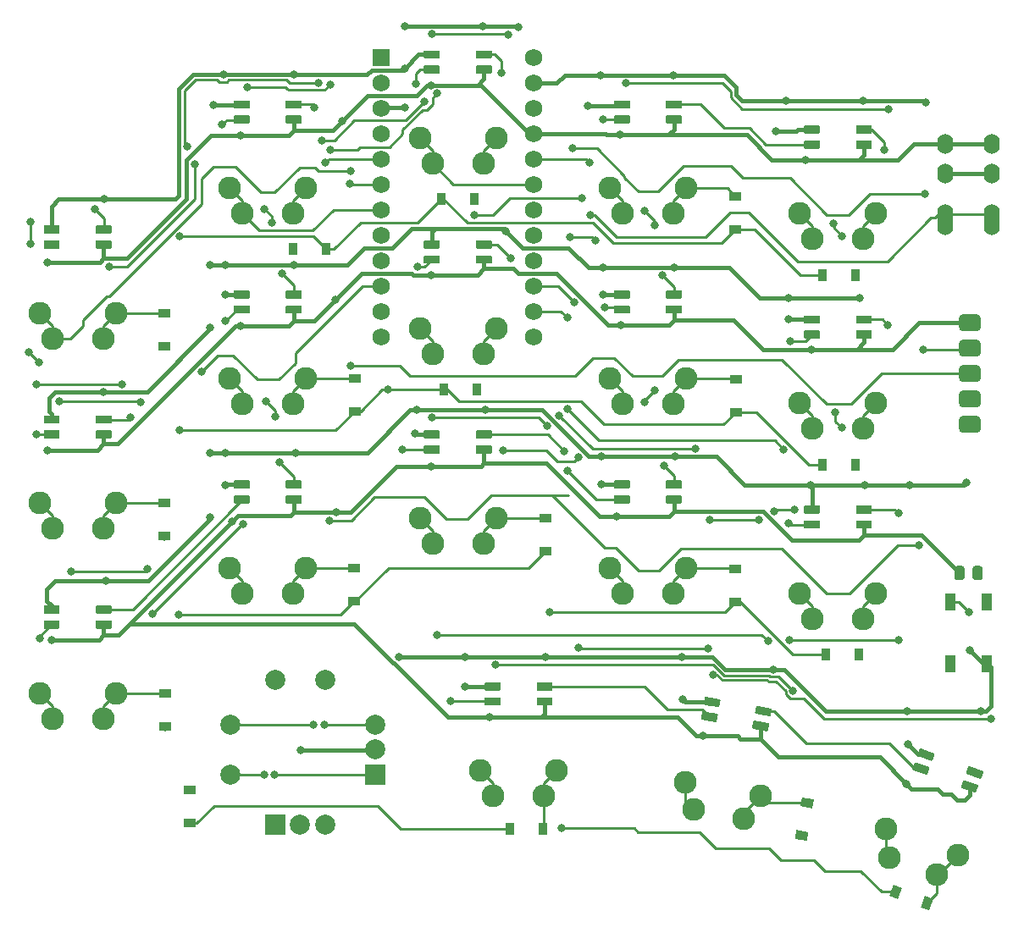
<source format=gbr>
%TF.GenerationSoftware,KiCad,Pcbnew,(5.1.10)-1*%
%TF.CreationDate,2021-11-02T14:07:56-07:00*%
%TF.ProjectId,babykeeb,62616279-6b65-4656-922e-6b696361645f,rev?*%
%TF.SameCoordinates,Original*%
%TF.FileFunction,Copper,L2,Bot*%
%TF.FilePolarity,Positive*%
%FSLAX46Y46*%
G04 Gerber Fmt 4.6, Leading zero omitted, Abs format (unit mm)*
G04 Created by KiCad (PCBNEW (5.1.10)-1) date 2021-11-02 14:07:56*
%MOMM*%
%LPD*%
G01*
G04 APERTURE LIST*
%TA.AperFunction,ComponentPad*%
%ADD10R,2.000000X2.000000*%
%TD*%
%TA.AperFunction,ComponentPad*%
%ADD11C,2.000000*%
%TD*%
%TA.AperFunction,SMDPad,CuDef*%
%ADD12R,1.100000X1.800000*%
%TD*%
%TA.AperFunction,ComponentPad*%
%ADD13C,2.286000*%
%TD*%
%TA.AperFunction,ComponentPad*%
%ADD14O,1.600000X2.000000*%
%TD*%
%TA.AperFunction,SMDPad,CuDef*%
%ADD15R,0.900000X1.200000*%
%TD*%
%TA.AperFunction,ComponentPad*%
%ADD16C,1.752600*%
%TD*%
%TA.AperFunction,ComponentPad*%
%ADD17R,1.752600X1.752600*%
%TD*%
%TA.AperFunction,SMDPad,CuDef*%
%ADD18R,1.200000X0.900000*%
%TD*%
%TA.AperFunction,SMDPad,CuDef*%
%ADD19C,0.100000*%
%TD*%
%TA.AperFunction,ViaPad*%
%ADD20C,0.800000*%
%TD*%
%TA.AperFunction,Conductor*%
%ADD21C,0.381000*%
%TD*%
%TA.AperFunction,Conductor*%
%ADD22C,0.254000*%
%TD*%
G04 APERTURE END LIST*
D10*
%TO.P,SW7,A*%
%TO.N,ENC1A*%
X80741593Y-111693404D03*
D11*
%TO.P,SW7,C*%
%TO.N,GND*%
X83241593Y-111693404D03*
%TO.P,SW7,B*%
%TO.N,ENC1B*%
X85741593Y-111693404D03*
%TO.P,SW7,S2*%
%TO.N,Net-(D37-Pad2)*%
X80741593Y-97193404D03*
%TO.P,SW7,S1*%
%TO.N,col1*%
X85741593Y-97193404D03*
%TD*%
D12*
%TO.P,SW8,4*%
%TO.N,N/C*%
X151893593Y-89434804D03*
%TO.P,SW8,3*%
X148193593Y-95634804D03*
%TO.P,SW8,2*%
%TO.N,RESET*%
X148193593Y-89434804D03*
%TO.P,SW8,1*%
%TO.N,GND*%
X151893593Y-95634804D03*
%TD*%
%TO.P,R1,2*%
%TO.N,RESET*%
%TA.AperFunction,SMDPad,CuDef*%
G36*
G01*
X150443593Y-86990405D02*
X150443593Y-86090403D01*
G75*
G02*
X150693592Y-85840404I249999J0D01*
G01*
X151218594Y-85840404D01*
G75*
G02*
X151468593Y-86090403I0J-249999D01*
G01*
X151468593Y-86990405D01*
G75*
G02*
X151218594Y-87240404I-249999J0D01*
G01*
X150693592Y-87240404D01*
G75*
G02*
X150443593Y-86990405I0J249999D01*
G01*
G37*
%TD.AperFunction*%
%TO.P,R1,1*%
%TO.N,+5V*%
%TA.AperFunction,SMDPad,CuDef*%
G36*
G01*
X148618593Y-86990405D02*
X148618593Y-86090403D01*
G75*
G02*
X148868592Y-85840404I249999J0D01*
G01*
X149393594Y-85840404D01*
G75*
G02*
X149643593Y-86090403I0J-249999D01*
G01*
X149643593Y-86990405D01*
G75*
G02*
X149393594Y-87240404I-249999J0D01*
G01*
X148868592Y-87240404D01*
G75*
G02*
X148618593Y-86990405I0J249999D01*
G01*
G37*
%TD.AperFunction*%
%TD*%
D10*
%TO.P,SW42,A*%
%TO.N,ENC1A*%
X90741593Y-106693404D03*
D11*
%TO.P,SW42,C*%
%TO.N,GND*%
X90741593Y-104193404D03*
%TO.P,SW42,B*%
%TO.N,ENC1B*%
X90741593Y-101693404D03*
%TO.P,SW42,S2*%
%TO.N,Net-(D37-Pad2)*%
X76241593Y-106693404D03*
%TO.P,SW42,S1*%
%TO.N,col1*%
X76241593Y-101693404D03*
%TD*%
%TO.P,D48,3*%
%TO.N,GND*%
%TA.AperFunction,SMDPad,CuDef*%
G36*
G01*
X97115587Y-35106489D02*
X95679587Y-35106489D01*
G75*
G02*
X95597587Y-35024489I0J82000D01*
G01*
X95597587Y-34368489D01*
G75*
G02*
X95679587Y-34286489I82000J0D01*
G01*
X97115587Y-34286489D01*
G75*
G02*
X97197587Y-34368489I0J-82000D01*
G01*
X97197587Y-35024489D01*
G75*
G02*
X97115587Y-35106489I-82000J0D01*
G01*
G37*
%TD.AperFunction*%
%TO.P,D48,4*%
%TO.N,Net-(D47-Pad2)*%
%TA.AperFunction,SMDPad,CuDef*%
G36*
G01*
X97115587Y-36606489D02*
X95679587Y-36606489D01*
G75*
G02*
X95597587Y-36524489I0J82000D01*
G01*
X95597587Y-35868489D01*
G75*
G02*
X95679587Y-35786489I82000J0D01*
G01*
X97115587Y-35786489D01*
G75*
G02*
X97197587Y-35868489I0J-82000D01*
G01*
X97197587Y-36524489D01*
G75*
G02*
X97115587Y-36606489I-82000J0D01*
G01*
G37*
%TD.AperFunction*%
%TO.P,D48,2*%
%TO.N,Net-(D48-Pad2)*%
%TA.AperFunction,SMDPad,CuDef*%
G36*
G01*
X102315587Y-35106489D02*
X100879587Y-35106489D01*
G75*
G02*
X100797587Y-35024489I0J82000D01*
G01*
X100797587Y-34368489D01*
G75*
G02*
X100879587Y-34286489I82000J0D01*
G01*
X102315587Y-34286489D01*
G75*
G02*
X102397587Y-34368489I0J-82000D01*
G01*
X102397587Y-35024489D01*
G75*
G02*
X102315587Y-35106489I-82000J0D01*
G01*
G37*
%TD.AperFunction*%
%TO.P,D48,1*%
%TO.N,+5V*%
%TA.AperFunction,SMDPad,CuDef*%
G36*
G01*
X102315587Y-36606489D02*
X100879587Y-36606489D01*
G75*
G02*
X100797587Y-36524489I0J82000D01*
G01*
X100797587Y-35868489D01*
G75*
G02*
X100879587Y-35786489I82000J0D01*
G01*
X102315587Y-35786489D01*
G75*
G02*
X102397587Y-35868489I0J-82000D01*
G01*
X102397587Y-36524489D01*
G75*
G02*
X102315587Y-36606489I-82000J0D01*
G01*
G37*
%TD.AperFunction*%
%TD*%
D13*
%TO.P,SW35,1*%
%TO.N,Net-(D35-Pad2)*%
X148959613Y-114765872D03*
%TO.P,SW35,2*%
%TO.N,col4*%
X142123833Y-114980863D03*
%TO.P,SW35,1*%
%TO.N,Net-(D35-Pad2)*%
X146897472Y-116718326D03*
%TO.P,SW35,2*%
%TO.N,col4*%
X141799155Y-112159679D03*
%TD*%
%TO.P,SW34,1*%
%TO.N,Net-(D30-Pad2)*%
X129274725Y-108803767D03*
%TO.P,SW34,2*%
%TO.N,col3*%
X122580130Y-110202513D03*
%TO.P,SW34,1*%
%TO.N,Net-(D30-Pad2)*%
X127582953Y-111084646D03*
%TO.P,SW34,2*%
%TO.N,col3*%
X121770490Y-107480568D03*
%TD*%
%TO.P,SW25,1*%
%TO.N,Net-(D25-Pad2)*%
X140807585Y-88566487D03*
%TO.P,SW25,2*%
%TO.N,col4*%
X134457585Y-91106487D03*
%TO.P,SW25,1*%
%TO.N,Net-(D25-Pad2)*%
X139537585Y-91106487D03*
%TO.P,SW25,2*%
%TO.N,col4*%
X133187585Y-88566487D03*
%TD*%
%TO.P,SW24,1*%
%TO.N,Net-(D24-Pad2)*%
X121807586Y-86066487D03*
%TO.P,SW24,2*%
%TO.N,col3*%
X115457586Y-88606487D03*
%TO.P,SW24,1*%
%TO.N,Net-(D24-Pad2)*%
X120537586Y-88606487D03*
%TO.P,SW24,2*%
%TO.N,col3*%
X114187586Y-86066487D03*
%TD*%
%TO.P,SW23,1*%
%TO.N,Net-(D20-Pad2)*%
X102807586Y-81066487D03*
%TO.P,SW23,2*%
%TO.N,col2*%
X96457586Y-83606487D03*
%TO.P,SW23,1*%
%TO.N,Net-(D20-Pad2)*%
X101537586Y-83606487D03*
%TO.P,SW23,2*%
%TO.N,col2*%
X95187586Y-81066487D03*
%TD*%
%TO.P,SW22,1*%
%TO.N,Net-(D17-Pad2)*%
X83807587Y-86066486D03*
%TO.P,SW22,2*%
%TO.N,col1*%
X77457587Y-88606486D03*
%TO.P,SW22,1*%
%TO.N,Net-(D17-Pad2)*%
X82537587Y-88606486D03*
%TO.P,SW22,2*%
%TO.N,col1*%
X76187587Y-86066486D03*
%TD*%
%TO.P,SW21,1*%
%TO.N,Net-(D21-Pad2)*%
X64807588Y-98566485D03*
%TO.P,SW21,2*%
%TO.N,col0*%
X58457588Y-101106485D03*
%TO.P,SW21,1*%
%TO.N,Net-(D21-Pad2)*%
X63537588Y-101106485D03*
%TO.P,SW21,2*%
%TO.N,col0*%
X57187588Y-98566485D03*
%TD*%
%TO.P,SW15,1*%
%TO.N,Net-(D15-Pad2)*%
X140807585Y-69566488D03*
%TO.P,SW15,2*%
%TO.N,col4*%
X134457585Y-72106488D03*
%TO.P,SW15,1*%
%TO.N,Net-(D15-Pad2)*%
X139537585Y-72106488D03*
%TO.P,SW15,2*%
%TO.N,col4*%
X133187585Y-69566488D03*
%TD*%
%TO.P,SW14,1*%
%TO.N,Net-(D14-Pad2)*%
X121807586Y-67066487D03*
%TO.P,SW14,2*%
%TO.N,col3*%
X115457586Y-69606487D03*
%TO.P,SW14,1*%
%TO.N,Net-(D14-Pad2)*%
X120537586Y-69606487D03*
%TO.P,SW14,2*%
%TO.N,col3*%
X114187586Y-67066487D03*
%TD*%
%TO.P,SW13,1*%
%TO.N,Net-(D13-Pad2)*%
X102807587Y-62066487D03*
%TO.P,SW13,2*%
%TO.N,col2*%
X96457587Y-64606487D03*
%TO.P,SW13,1*%
%TO.N,Net-(D13-Pad2)*%
X101537587Y-64606487D03*
%TO.P,SW13,2*%
%TO.N,col2*%
X95187587Y-62066487D03*
%TD*%
%TO.P,SW12,1*%
%TO.N,Net-(D12-Pad2)*%
X83807588Y-67066487D03*
%TO.P,SW12,2*%
%TO.N,col1*%
X77457588Y-69606487D03*
%TO.P,SW12,1*%
%TO.N,Net-(D12-Pad2)*%
X82537588Y-69606487D03*
%TO.P,SW12,2*%
%TO.N,col1*%
X76187588Y-67066487D03*
%TD*%
%TO.P,SW11,1*%
%TO.N,Net-(D11-Pad2)*%
X64807589Y-79566486D03*
%TO.P,SW11,2*%
%TO.N,col0*%
X58457589Y-82106486D03*
%TO.P,SW11,1*%
%TO.N,Net-(D11-Pad2)*%
X63537589Y-82106486D03*
%TO.P,SW11,2*%
%TO.N,col0*%
X57187589Y-79566486D03*
%TD*%
%TO.P,SW6,1*%
%TO.N,Net-(D26-Pad2)*%
X108888593Y-106254404D03*
%TO.P,SW6,2*%
%TO.N,col2*%
X102538593Y-108794404D03*
%TO.P,SW6,1*%
%TO.N,Net-(D26-Pad2)*%
X107618593Y-108794404D03*
%TO.P,SW6,2*%
%TO.N,col2*%
X101268593Y-106254404D03*
%TD*%
%TO.P,SW5,1*%
%TO.N,Net-(D31-Pad2)*%
X140807585Y-50566489D03*
%TO.P,SW5,2*%
%TO.N,col4*%
X134457585Y-53106489D03*
%TO.P,SW5,1*%
%TO.N,Net-(D31-Pad2)*%
X139537585Y-53106489D03*
%TO.P,SW5,2*%
%TO.N,col4*%
X133187585Y-50566489D03*
%TD*%
%TO.P,SW4,1*%
%TO.N,Net-(D27-Pad2)*%
X121807586Y-48066488D03*
%TO.P,SW4,2*%
%TO.N,col3*%
X115457586Y-50606488D03*
%TO.P,SW4,1*%
%TO.N,Net-(D27-Pad2)*%
X120537586Y-50606488D03*
%TO.P,SW4,2*%
%TO.N,col3*%
X114187586Y-48066488D03*
%TD*%
%TO.P,SW3,1*%
%TO.N,Net-(D18-Pad2)*%
X102807587Y-43066488D03*
%TO.P,SW3,2*%
%TO.N,col2*%
X96457587Y-45606488D03*
%TO.P,SW3,1*%
%TO.N,Net-(D18-Pad2)*%
X101537587Y-45606488D03*
%TO.P,SW3,2*%
%TO.N,col2*%
X95187587Y-43066488D03*
%TD*%
%TO.P,SW2,1*%
%TO.N,Net-(D10-Pad2)*%
X83807588Y-48066488D03*
%TO.P,SW2,2*%
%TO.N,col1*%
X77457588Y-50606488D03*
%TO.P,SW2,1*%
%TO.N,Net-(D10-Pad2)*%
X82537588Y-50606488D03*
%TO.P,SW2,2*%
%TO.N,col1*%
X76187588Y-48066488D03*
%TD*%
%TO.P,SW1,1*%
%TO.N,Net-(D1-Pad2)*%
X64807589Y-60566487D03*
%TO.P,SW1,2*%
%TO.N,col0*%
X58457589Y-63106487D03*
%TO.P,SW1,1*%
%TO.N,Net-(D1-Pad2)*%
X63537589Y-63106487D03*
%TO.P,SW1,2*%
%TO.N,col0*%
X57187589Y-60566487D03*
%TD*%
%TO.P,J1,1*%
%TO.N,+5V*%
%TA.AperFunction,ComponentPad*%
G36*
G01*
X151289593Y-61096404D02*
X151289593Y-61946404D01*
G75*
G02*
X150864593Y-62371404I-425000J0D01*
G01*
X149514593Y-62371404D01*
G75*
G02*
X149089593Y-61946404I0J425000D01*
G01*
X149089593Y-61096404D01*
G75*
G02*
X149514593Y-60671404I425000J0D01*
G01*
X150864593Y-60671404D01*
G75*
G02*
X151289593Y-61096404I0J-425000D01*
G01*
G37*
%TD.AperFunction*%
%TO.P,J1,2*%
%TO.N,sda*%
%TA.AperFunction,ComponentPad*%
G36*
G01*
X150864593Y-64911404D02*
X149514593Y-64911404D01*
G75*
G02*
X149089593Y-64486404I0J425000D01*
G01*
X149089593Y-63636404D01*
G75*
G02*
X149514593Y-63211404I425000J0D01*
G01*
X150864593Y-63211404D01*
G75*
G02*
X151289593Y-63636404I0J-425000D01*
G01*
X151289593Y-64486404D01*
G75*
G02*
X150864593Y-64911404I-425000J0D01*
G01*
G37*
%TD.AperFunction*%
%TO.P,J1,3*%
%TO.N,scl*%
%TA.AperFunction,ComponentPad*%
G36*
G01*
X150864593Y-67451404D02*
X149514593Y-67451404D01*
G75*
G02*
X149089593Y-67026404I0J425000D01*
G01*
X149089593Y-66176404D01*
G75*
G02*
X149514593Y-65751404I425000J0D01*
G01*
X150864593Y-65751404D01*
G75*
G02*
X151289593Y-66176404I0J-425000D01*
G01*
X151289593Y-67026404D01*
G75*
G02*
X150864593Y-67451404I-425000J0D01*
G01*
G37*
%TD.AperFunction*%
%TO.P,J1,4*%
%TO.N,Net-(J1-Pad4)*%
%TA.AperFunction,ComponentPad*%
G36*
G01*
X150864593Y-69991404D02*
X149514593Y-69991404D01*
G75*
G02*
X149089593Y-69566404I0J425000D01*
G01*
X149089593Y-68716404D01*
G75*
G02*
X149514593Y-68291404I425000J0D01*
G01*
X150864593Y-68291404D01*
G75*
G02*
X151289593Y-68716404I0J-425000D01*
G01*
X151289593Y-69566404D01*
G75*
G02*
X150864593Y-69991404I-425000J0D01*
G01*
G37*
%TD.AperFunction*%
%TO.P,J1,5*%
%TO.N,GND*%
%TA.AperFunction,ComponentPad*%
G36*
G01*
X150864593Y-72531404D02*
X149514593Y-72531404D01*
G75*
G02*
X149089593Y-72106404I0J425000D01*
G01*
X149089593Y-71256404D01*
G75*
G02*
X149514593Y-70831404I425000J0D01*
G01*
X150864593Y-70831404D01*
G75*
G02*
X151289593Y-71256404I0J-425000D01*
G01*
X151289593Y-72106404D01*
G75*
G02*
X150864593Y-72531404I-425000J0D01*
G01*
G37*
%TD.AperFunction*%
%TD*%
D14*
%TO.P,U4,3*%
%TO.N,GND*%
X147743593Y-46639404D03*
%TO.P,U4,4*%
%TO.N,+5V*%
X147743593Y-43639404D03*
%TO.P,U4,2*%
%TO.N,data*%
X147743593Y-50639404D03*
%TO.P,U4,1*%
%TO.N,Net-(U4-Pad1)*%
X152343593Y-51739404D03*
%TD*%
%TO.P,U3,3*%
%TO.N,GND*%
X152343593Y-46639404D03*
%TO.P,U3,4*%
%TO.N,+5V*%
X152343593Y-43639404D03*
%TO.P,U3,2*%
%TO.N,data*%
X152343593Y-50639404D03*
%TO.P,U3,1*%
%TO.N,Net-(U3-Pad1)*%
X147743593Y-51739404D03*
%TD*%
%TO.P,D51,3*%
%TO.N,GND*%
%TA.AperFunction,SMDPad,CuDef*%
G36*
G01*
X116115586Y-78106488D02*
X114679586Y-78106488D01*
G75*
G02*
X114597586Y-78024488I0J82000D01*
G01*
X114597586Y-77368488D01*
G75*
G02*
X114679586Y-77286488I82000J0D01*
G01*
X116115586Y-77286488D01*
G75*
G02*
X116197586Y-77368488I0J-82000D01*
G01*
X116197586Y-78024488D01*
G75*
G02*
X116115586Y-78106488I-82000J0D01*
G01*
G37*
%TD.AperFunction*%
%TO.P,D51,4*%
%TO.N,Net-(D50-Pad2)*%
%TA.AperFunction,SMDPad,CuDef*%
G36*
G01*
X116115586Y-79606488D02*
X114679586Y-79606488D01*
G75*
G02*
X114597586Y-79524488I0J82000D01*
G01*
X114597586Y-78868488D01*
G75*
G02*
X114679586Y-78786488I82000J0D01*
G01*
X116115586Y-78786488D01*
G75*
G02*
X116197586Y-78868488I0J-82000D01*
G01*
X116197586Y-79524488D01*
G75*
G02*
X116115586Y-79606488I-82000J0D01*
G01*
G37*
%TD.AperFunction*%
%TO.P,D51,2*%
%TO.N,Net-(D51-Pad2)*%
%TA.AperFunction,SMDPad,CuDef*%
G36*
G01*
X121315586Y-78106488D02*
X119879586Y-78106488D01*
G75*
G02*
X119797586Y-78024488I0J82000D01*
G01*
X119797586Y-77368488D01*
G75*
G02*
X119879586Y-77286488I82000J0D01*
G01*
X121315586Y-77286488D01*
G75*
G02*
X121397586Y-77368488I0J-82000D01*
G01*
X121397586Y-78024488D01*
G75*
G02*
X121315586Y-78106488I-82000J0D01*
G01*
G37*
%TD.AperFunction*%
%TO.P,D51,1*%
%TO.N,+5V*%
%TA.AperFunction,SMDPad,CuDef*%
G36*
G01*
X121315586Y-79606488D02*
X119879586Y-79606488D01*
G75*
G02*
X119797586Y-79524488I0J82000D01*
G01*
X119797586Y-78868488D01*
G75*
G02*
X119879586Y-78786488I82000J0D01*
G01*
X121315586Y-78786488D01*
G75*
G02*
X121397586Y-78868488I0J-82000D01*
G01*
X121397586Y-79524488D01*
G75*
G02*
X121315586Y-79606488I-82000J0D01*
G01*
G37*
%TD.AperFunction*%
%TD*%
D15*
%TO.P,D6,2*%
%TO.N,Net-(D26-Pad2)*%
X107522993Y-112118204D03*
%TO.P,D6,1*%
%TO.N,row3*%
X104222993Y-112118204D03*
%TD*%
D16*
%TO.P,U1,24*%
%TO.N,row0*%
X106609593Y-34978404D03*
%TO.P,U1,12*%
%TO.N,ENC1B*%
X91369593Y-62918404D03*
%TO.P,U1,23*%
%TO.N,GND*%
X106609593Y-37518404D03*
%TO.P,U1,22*%
%TO.N,RESET*%
X106609593Y-40058404D03*
%TO.P,U1,21*%
%TO.N,+5V*%
X106609593Y-42598404D03*
%TO.P,U1,20*%
%TO.N,data*%
X106609593Y-45138404D03*
%TO.P,U1,19*%
%TO.N,col2*%
X106609593Y-47678404D03*
%TO.P,U1,18*%
%TO.N,Net-(U1-Pad18)*%
X106609593Y-50218404D03*
%TO.P,U1,17*%
%TO.N,Net-(U1-Pad17)*%
X106609593Y-52758404D03*
%TO.P,U1,16*%
%TO.N,col3*%
X106609593Y-55298404D03*
%TO.P,U1,15*%
%TO.N,row2*%
X106609593Y-57838404D03*
%TO.P,U1,14*%
%TO.N,col4*%
X106609593Y-60378404D03*
%TO.P,U1,13*%
%TO.N,Net-(U1-Pad13)*%
X106609593Y-62918404D03*
%TO.P,U1,11*%
%TO.N,ENC1A*%
X91369593Y-60378404D03*
%TO.P,U1,10*%
%TO.N,row3*%
X91369593Y-57838404D03*
%TO.P,U1,9*%
%TO.N,row1*%
X91369593Y-55298404D03*
%TO.P,U1,8*%
%TO.N,Net-(U1-Pad8)*%
X91369593Y-52758404D03*
%TO.P,U1,7*%
%TO.N,col1*%
X91369593Y-50218404D03*
%TO.P,U1,6*%
%TO.N,scl*%
X91369593Y-47678404D03*
%TO.P,U1,5*%
%TO.N,sda*%
X91369593Y-45138404D03*
%TO.P,U1,4*%
%TO.N,GND*%
X91369593Y-42598404D03*
%TO.P,U1,3*%
X91369593Y-40058404D03*
%TO.P,U1,2*%
%TO.N,col0*%
X91369593Y-37518404D03*
D17*
%TO.P,U1,1*%
%TO.N,led*%
X91369593Y-34978404D03*
%TD*%
%TO.P,D59,3*%
%TO.N,GND*%
%TA.AperFunction,SMDPad,CuDef*%
G36*
G01*
X125051439Y-99976293D02*
X123637255Y-99726935D01*
G75*
G02*
X123570740Y-99631942I14239J80754D01*
G01*
X123684654Y-98985908D01*
G75*
G02*
X123779647Y-98919393I80754J-14239D01*
G01*
X125193831Y-99168751D01*
G75*
G02*
X125260346Y-99263744I-14239J-80754D01*
G01*
X125146432Y-99909778D01*
G75*
G02*
X125051439Y-99976293I-80754J14239D01*
G01*
G37*
%TD.AperFunction*%
%TO.P,D59,4*%
%TO.N,Net-(D57-Pad2)*%
%TA.AperFunction,SMDPad,CuDef*%
G36*
G01*
X124790966Y-101453504D02*
X123376782Y-101204146D01*
G75*
G02*
X123310267Y-101109153I14239J80754D01*
G01*
X123424181Y-100463119D01*
G75*
G02*
X123519174Y-100396604I80754J-14239D01*
G01*
X124933358Y-100645962D01*
G75*
G02*
X124999873Y-100740955I-14239J-80754D01*
G01*
X124885959Y-101386989D01*
G75*
G02*
X124790966Y-101453504I-80754J14239D01*
G01*
G37*
%TD.AperFunction*%
%TO.P,D59,2*%
%TO.N,Net-(D59-Pad2)*%
%TA.AperFunction,SMDPad,CuDef*%
G36*
G01*
X130172439Y-100879263D02*
X128758255Y-100629905D01*
G75*
G02*
X128691740Y-100534912I14239J80754D01*
G01*
X128805654Y-99888878D01*
G75*
G02*
X128900647Y-99822363I80754J-14239D01*
G01*
X130314831Y-100071721D01*
G75*
G02*
X130381346Y-100166714I-14239J-80754D01*
G01*
X130267432Y-100812748D01*
G75*
G02*
X130172439Y-100879263I-80754J14239D01*
G01*
G37*
%TD.AperFunction*%
%TO.P,D59,1*%
%TO.N,+5V*%
%TA.AperFunction,SMDPad,CuDef*%
G36*
G01*
X129911967Y-102356475D02*
X128497783Y-102107117D01*
G75*
G02*
X128431268Y-102012124I14239J80754D01*
G01*
X128545182Y-101366090D01*
G75*
G02*
X128640175Y-101299575I80754J-14239D01*
G01*
X130054359Y-101548933D01*
G75*
G02*
X130120874Y-101643926I-14239J-80754D01*
G01*
X130006960Y-102289960D01*
G75*
G02*
X129911967Y-102356475I-80754J14239D01*
G01*
G37*
%TD.AperFunction*%
%TD*%
%TO.P,D57,3*%
%TO.N,GND*%
%TA.AperFunction,SMDPad,CuDef*%
G36*
G01*
X103196593Y-98294405D02*
X101760593Y-98294405D01*
G75*
G02*
X101678593Y-98212405I0J82000D01*
G01*
X101678593Y-97556405D01*
G75*
G02*
X101760593Y-97474405I82000J0D01*
G01*
X103196593Y-97474405D01*
G75*
G02*
X103278593Y-97556405I0J-82000D01*
G01*
X103278593Y-98212405D01*
G75*
G02*
X103196593Y-98294405I-82000J0D01*
G01*
G37*
%TD.AperFunction*%
%TO.P,D57,4*%
%TO.N,Net-(D56-Pad2)*%
%TA.AperFunction,SMDPad,CuDef*%
G36*
G01*
X103196593Y-99794405D02*
X101760593Y-99794405D01*
G75*
G02*
X101678593Y-99712405I0J82000D01*
G01*
X101678593Y-99056405D01*
G75*
G02*
X101760593Y-98974405I82000J0D01*
G01*
X103196593Y-98974405D01*
G75*
G02*
X103278593Y-99056405I0J-82000D01*
G01*
X103278593Y-99712405D01*
G75*
G02*
X103196593Y-99794405I-82000J0D01*
G01*
G37*
%TD.AperFunction*%
%TO.P,D57,2*%
%TO.N,Net-(D57-Pad2)*%
%TA.AperFunction,SMDPad,CuDef*%
G36*
G01*
X108396593Y-98294405D02*
X106960593Y-98294405D01*
G75*
G02*
X106878593Y-98212405I0J82000D01*
G01*
X106878593Y-97556405D01*
G75*
G02*
X106960593Y-97474405I82000J0D01*
G01*
X108396593Y-97474405D01*
G75*
G02*
X108478593Y-97556405I0J-82000D01*
G01*
X108478593Y-98212405D01*
G75*
G02*
X108396593Y-98294405I-82000J0D01*
G01*
G37*
%TD.AperFunction*%
%TO.P,D57,1*%
%TO.N,+5V*%
%TA.AperFunction,SMDPad,CuDef*%
G36*
G01*
X108396593Y-99794405D02*
X106960593Y-99794405D01*
G75*
G02*
X106878593Y-99712405I0J82000D01*
G01*
X106878593Y-99056405D01*
G75*
G02*
X106960593Y-98974405I82000J0D01*
G01*
X108396593Y-98974405D01*
G75*
G02*
X108478593Y-99056405I0J-82000D01*
G01*
X108478593Y-99712405D01*
G75*
G02*
X108396593Y-99794405I-82000J0D01*
G01*
G37*
%TD.AperFunction*%
%TD*%
%TO.P,D60,3*%
%TO.N,GND*%
%TA.AperFunction,SMDPad,CuDef*%
G36*
G01*
X146333362Y-105339142D02*
X144983963Y-104848001D01*
G75*
G02*
X144934954Y-104742900I28046J77055D01*
G01*
X145159319Y-104126461D01*
G75*
G02*
X145264420Y-104077452I77055J-28046D01*
G01*
X146613819Y-104568593D01*
G75*
G02*
X146662828Y-104673694I-28046J-77055D01*
G01*
X146438463Y-105290133D01*
G75*
G02*
X146333362Y-105339142I-77055J28046D01*
G01*
G37*
%TD.AperFunction*%
%TO.P,D60,4*%
%TO.N,Net-(D59-Pad2)*%
%TA.AperFunction,SMDPad,CuDef*%
G36*
G01*
X145820332Y-106748681D02*
X144470933Y-106257540D01*
G75*
G02*
X144421924Y-106152439I28046J77055D01*
G01*
X144646289Y-105536000D01*
G75*
G02*
X144751390Y-105486991I77055J-28046D01*
G01*
X146100789Y-105978132D01*
G75*
G02*
X146149798Y-106083233I-28046J-77055D01*
G01*
X145925433Y-106699672D01*
G75*
G02*
X145820332Y-106748681I-77055J28046D01*
G01*
G37*
%TD.AperFunction*%
%TO.P,D60,2*%
%TO.N,Net-(D60-Pad2)*%
%TA.AperFunction,SMDPad,CuDef*%
G36*
G01*
X151219764Y-107117646D02*
X149870365Y-106626505D01*
G75*
G02*
X149821356Y-106521404I28046J77055D01*
G01*
X150045721Y-105904965D01*
G75*
G02*
X150150822Y-105855956I77055J-28046D01*
G01*
X151500221Y-106347097D01*
G75*
G02*
X151549230Y-106452198I-28046J-77055D01*
G01*
X151324865Y-107068637D01*
G75*
G02*
X151219764Y-107117646I-77055J28046D01*
G01*
G37*
%TD.AperFunction*%
%TO.P,D60,1*%
%TO.N,+5V*%
%TA.AperFunction,SMDPad,CuDef*%
G36*
G01*
X150706734Y-108527185D02*
X149357335Y-108036044D01*
G75*
G02*
X149308326Y-107930943I28046J77055D01*
G01*
X149532691Y-107314504D01*
G75*
G02*
X149637792Y-107265495I77055J-28046D01*
G01*
X150987191Y-107756636D01*
G75*
G02*
X151036200Y-107861737I-28046J-77055D01*
G01*
X150811835Y-108478176D01*
G75*
G02*
X150706734Y-108527185I-77055J28046D01*
G01*
G37*
%TD.AperFunction*%
%TD*%
%TO.P,D56,3*%
%TO.N,GND*%
%TA.AperFunction,SMDPad,CuDef*%
G36*
G01*
X135115585Y-80606488D02*
X133679585Y-80606488D01*
G75*
G02*
X133597585Y-80524488I0J82000D01*
G01*
X133597585Y-79868488D01*
G75*
G02*
X133679585Y-79786488I82000J0D01*
G01*
X135115585Y-79786488D01*
G75*
G02*
X135197585Y-79868488I0J-82000D01*
G01*
X135197585Y-80524488D01*
G75*
G02*
X135115585Y-80606488I-82000J0D01*
G01*
G37*
%TD.AperFunction*%
%TO.P,D56,4*%
%TO.N,Net-(D55-Pad2)*%
%TA.AperFunction,SMDPad,CuDef*%
G36*
G01*
X135115585Y-82106488D02*
X133679585Y-82106488D01*
G75*
G02*
X133597585Y-82024488I0J82000D01*
G01*
X133597585Y-81368488D01*
G75*
G02*
X133679585Y-81286488I82000J0D01*
G01*
X135115585Y-81286488D01*
G75*
G02*
X135197585Y-81368488I0J-82000D01*
G01*
X135197585Y-82024488D01*
G75*
G02*
X135115585Y-82106488I-82000J0D01*
G01*
G37*
%TD.AperFunction*%
%TO.P,D56,2*%
%TO.N,Net-(D56-Pad2)*%
%TA.AperFunction,SMDPad,CuDef*%
G36*
G01*
X140315585Y-80606488D02*
X138879585Y-80606488D01*
G75*
G02*
X138797585Y-80524488I0J82000D01*
G01*
X138797585Y-79868488D01*
G75*
G02*
X138879585Y-79786488I82000J0D01*
G01*
X140315585Y-79786488D01*
G75*
G02*
X140397585Y-79868488I0J-82000D01*
G01*
X140397585Y-80524488D01*
G75*
G02*
X140315585Y-80606488I-82000J0D01*
G01*
G37*
%TD.AperFunction*%
%TO.P,D56,1*%
%TO.N,+5V*%
%TA.AperFunction,SMDPad,CuDef*%
G36*
G01*
X140315585Y-82106488D02*
X138879585Y-82106488D01*
G75*
G02*
X138797585Y-82024488I0J82000D01*
G01*
X138797585Y-81368488D01*
G75*
G02*
X138879585Y-81286488I82000J0D01*
G01*
X140315585Y-81286488D01*
G75*
G02*
X140397585Y-81368488I0J-82000D01*
G01*
X140397585Y-82024488D01*
G75*
G02*
X140315585Y-82106488I-82000J0D01*
G01*
G37*
%TD.AperFunction*%
%TD*%
D18*
%TO.P,D81,2*%
%TO.N,Net-(D37-Pad2)*%
X72192593Y-108258404D03*
%TO.P,D81,1*%
%TO.N,row3*%
X72192593Y-111558404D03*
%TD*%
%TO.P,D45,3*%
%TO.N,GND*%
%TA.AperFunction,SMDPad,CuDef*%
G36*
G01*
X78115587Y-78106487D02*
X76679587Y-78106487D01*
G75*
G02*
X76597587Y-78024487I0J82000D01*
G01*
X76597587Y-77368487D01*
G75*
G02*
X76679587Y-77286487I82000J0D01*
G01*
X78115587Y-77286487D01*
G75*
G02*
X78197587Y-77368487I0J-82000D01*
G01*
X78197587Y-78024487D01*
G75*
G02*
X78115587Y-78106487I-82000J0D01*
G01*
G37*
%TD.AperFunction*%
%TO.P,D45,4*%
%TO.N,Net-(D43-Pad2)*%
%TA.AperFunction,SMDPad,CuDef*%
G36*
G01*
X78115587Y-79606487D02*
X76679587Y-79606487D01*
G75*
G02*
X76597587Y-79524487I0J82000D01*
G01*
X76597587Y-78868487D01*
G75*
G02*
X76679587Y-78786487I82000J0D01*
G01*
X78115587Y-78786487D01*
G75*
G02*
X78197587Y-78868487I0J-82000D01*
G01*
X78197587Y-79524487D01*
G75*
G02*
X78115587Y-79606487I-82000J0D01*
G01*
G37*
%TD.AperFunction*%
%TO.P,D45,2*%
%TO.N,Net-(D45-Pad2)*%
%TA.AperFunction,SMDPad,CuDef*%
G36*
G01*
X83315587Y-78106487D02*
X81879587Y-78106487D01*
G75*
G02*
X81797587Y-78024487I0J82000D01*
G01*
X81797587Y-77368487D01*
G75*
G02*
X81879587Y-77286487I82000J0D01*
G01*
X83315587Y-77286487D01*
G75*
G02*
X83397587Y-77368487I0J-82000D01*
G01*
X83397587Y-78024487D01*
G75*
G02*
X83315587Y-78106487I-82000J0D01*
G01*
G37*
%TD.AperFunction*%
%TO.P,D45,1*%
%TO.N,+5V*%
%TA.AperFunction,SMDPad,CuDef*%
G36*
G01*
X83315587Y-79606487D02*
X81879587Y-79606487D01*
G75*
G02*
X81797587Y-79524487I0J82000D01*
G01*
X81797587Y-78868487D01*
G75*
G02*
X81879587Y-78786487I82000J0D01*
G01*
X83315587Y-78786487D01*
G75*
G02*
X83397587Y-78868487I0J-82000D01*
G01*
X83397587Y-79524487D01*
G75*
G02*
X83315587Y-79606487I-82000J0D01*
G01*
G37*
%TD.AperFunction*%
%TD*%
%TO.P,D53,3*%
%TO.N,GND*%
%TA.AperFunction,SMDPad,CuDef*%
G36*
G01*
X116115586Y-40106489D02*
X114679586Y-40106489D01*
G75*
G02*
X114597586Y-40024489I0J82000D01*
G01*
X114597586Y-39368489D01*
G75*
G02*
X114679586Y-39286489I82000J0D01*
G01*
X116115586Y-39286489D01*
G75*
G02*
X116197586Y-39368489I0J-82000D01*
G01*
X116197586Y-40024489D01*
G75*
G02*
X116115586Y-40106489I-82000J0D01*
G01*
G37*
%TD.AperFunction*%
%TO.P,D53,4*%
%TO.N,Net-(D52-Pad2)*%
%TA.AperFunction,SMDPad,CuDef*%
G36*
G01*
X116115586Y-41606489D02*
X114679586Y-41606489D01*
G75*
G02*
X114597586Y-41524489I0J82000D01*
G01*
X114597586Y-40868489D01*
G75*
G02*
X114679586Y-40786489I82000J0D01*
G01*
X116115586Y-40786489D01*
G75*
G02*
X116197586Y-40868489I0J-82000D01*
G01*
X116197586Y-41524489D01*
G75*
G02*
X116115586Y-41606489I-82000J0D01*
G01*
G37*
%TD.AperFunction*%
%TO.P,D53,2*%
%TO.N,Net-(D53-Pad2)*%
%TA.AperFunction,SMDPad,CuDef*%
G36*
G01*
X121315586Y-40106489D02*
X119879586Y-40106489D01*
G75*
G02*
X119797586Y-40024489I0J82000D01*
G01*
X119797586Y-39368489D01*
G75*
G02*
X119879586Y-39286489I82000J0D01*
G01*
X121315586Y-39286489D01*
G75*
G02*
X121397586Y-39368489I0J-82000D01*
G01*
X121397586Y-40024489D01*
G75*
G02*
X121315586Y-40106489I-82000J0D01*
G01*
G37*
%TD.AperFunction*%
%TO.P,D53,1*%
%TO.N,+5V*%
%TA.AperFunction,SMDPad,CuDef*%
G36*
G01*
X121315586Y-41606489D02*
X119879586Y-41606489D01*
G75*
G02*
X119797586Y-41524489I0J82000D01*
G01*
X119797586Y-40868489D01*
G75*
G02*
X119879586Y-40786489I82000J0D01*
G01*
X121315586Y-40786489D01*
G75*
G02*
X121397586Y-40868489I0J-82000D01*
G01*
X121397586Y-41524489D01*
G75*
G02*
X121315586Y-41606489I-82000J0D01*
G01*
G37*
%TD.AperFunction*%
%TD*%
%TO.P,D52,3*%
%TO.N,GND*%
%TA.AperFunction,SMDPad,CuDef*%
G36*
G01*
X116115586Y-59106488D02*
X114679586Y-59106488D01*
G75*
G02*
X114597586Y-59024488I0J82000D01*
G01*
X114597586Y-58368488D01*
G75*
G02*
X114679586Y-58286488I82000J0D01*
G01*
X116115586Y-58286488D01*
G75*
G02*
X116197586Y-58368488I0J-82000D01*
G01*
X116197586Y-59024488D01*
G75*
G02*
X116115586Y-59106488I-82000J0D01*
G01*
G37*
%TD.AperFunction*%
%TO.P,D52,4*%
%TO.N,Net-(D51-Pad2)*%
%TA.AperFunction,SMDPad,CuDef*%
G36*
G01*
X116115586Y-60606488D02*
X114679586Y-60606488D01*
G75*
G02*
X114597586Y-60524488I0J82000D01*
G01*
X114597586Y-59868488D01*
G75*
G02*
X114679586Y-59786488I82000J0D01*
G01*
X116115586Y-59786488D01*
G75*
G02*
X116197586Y-59868488I0J-82000D01*
G01*
X116197586Y-60524488D01*
G75*
G02*
X116115586Y-60606488I-82000J0D01*
G01*
G37*
%TD.AperFunction*%
%TO.P,D52,2*%
%TO.N,Net-(D52-Pad2)*%
%TA.AperFunction,SMDPad,CuDef*%
G36*
G01*
X121315586Y-59106488D02*
X119879586Y-59106488D01*
G75*
G02*
X119797586Y-59024488I0J82000D01*
G01*
X119797586Y-58368488D01*
G75*
G02*
X119879586Y-58286488I82000J0D01*
G01*
X121315586Y-58286488D01*
G75*
G02*
X121397586Y-58368488I0J-82000D01*
G01*
X121397586Y-59024488D01*
G75*
G02*
X121315586Y-59106488I-82000J0D01*
G01*
G37*
%TD.AperFunction*%
%TO.P,D52,1*%
%TO.N,+5V*%
%TA.AperFunction,SMDPad,CuDef*%
G36*
G01*
X121315586Y-60606488D02*
X119879586Y-60606488D01*
G75*
G02*
X119797586Y-60524488I0J82000D01*
G01*
X119797586Y-59868488D01*
G75*
G02*
X119879586Y-59786488I82000J0D01*
G01*
X121315586Y-59786488D01*
G75*
G02*
X121397586Y-59868488I0J-82000D01*
G01*
X121397586Y-60524488D01*
G75*
G02*
X121315586Y-60606488I-82000J0D01*
G01*
G37*
%TD.AperFunction*%
%TD*%
%TO.P,D54,3*%
%TO.N,GND*%
%TA.AperFunction,SMDPad,CuDef*%
G36*
G01*
X135115585Y-42606490D02*
X133679585Y-42606490D01*
G75*
G02*
X133597585Y-42524490I0J82000D01*
G01*
X133597585Y-41868490D01*
G75*
G02*
X133679585Y-41786490I82000J0D01*
G01*
X135115585Y-41786490D01*
G75*
G02*
X135197585Y-41868490I0J-82000D01*
G01*
X135197585Y-42524490D01*
G75*
G02*
X135115585Y-42606490I-82000J0D01*
G01*
G37*
%TD.AperFunction*%
%TO.P,D54,4*%
%TO.N,Net-(D53-Pad2)*%
%TA.AperFunction,SMDPad,CuDef*%
G36*
G01*
X135115585Y-44106490D02*
X133679585Y-44106490D01*
G75*
G02*
X133597585Y-44024490I0J82000D01*
G01*
X133597585Y-43368490D01*
G75*
G02*
X133679585Y-43286490I82000J0D01*
G01*
X135115585Y-43286490D01*
G75*
G02*
X135197585Y-43368490I0J-82000D01*
G01*
X135197585Y-44024490D01*
G75*
G02*
X135115585Y-44106490I-82000J0D01*
G01*
G37*
%TD.AperFunction*%
%TO.P,D54,2*%
%TO.N,Net-(D54-Pad2)*%
%TA.AperFunction,SMDPad,CuDef*%
G36*
G01*
X140315585Y-42606490D02*
X138879585Y-42606490D01*
G75*
G02*
X138797585Y-42524490I0J82000D01*
G01*
X138797585Y-41868490D01*
G75*
G02*
X138879585Y-41786490I82000J0D01*
G01*
X140315585Y-41786490D01*
G75*
G02*
X140397585Y-41868490I0J-82000D01*
G01*
X140397585Y-42524490D01*
G75*
G02*
X140315585Y-42606490I-82000J0D01*
G01*
G37*
%TD.AperFunction*%
%TO.P,D54,1*%
%TO.N,+5V*%
%TA.AperFunction,SMDPad,CuDef*%
G36*
G01*
X140315585Y-44106490D02*
X138879585Y-44106490D01*
G75*
G02*
X138797585Y-44024490I0J82000D01*
G01*
X138797585Y-43368490D01*
G75*
G02*
X138879585Y-43286490I82000J0D01*
G01*
X140315585Y-43286490D01*
G75*
G02*
X140397585Y-43368490I0J-82000D01*
G01*
X140397585Y-44024490D01*
G75*
G02*
X140315585Y-44106490I-82000J0D01*
G01*
G37*
%TD.AperFunction*%
%TD*%
%TO.P,D50,3*%
%TO.N,GND*%
%TA.AperFunction,SMDPad,CuDef*%
G36*
G01*
X97115586Y-73106488D02*
X95679586Y-73106488D01*
G75*
G02*
X95597586Y-73024488I0J82000D01*
G01*
X95597586Y-72368488D01*
G75*
G02*
X95679586Y-72286488I82000J0D01*
G01*
X97115586Y-72286488D01*
G75*
G02*
X97197586Y-72368488I0J-82000D01*
G01*
X97197586Y-73024488D01*
G75*
G02*
X97115586Y-73106488I-82000J0D01*
G01*
G37*
%TD.AperFunction*%
%TO.P,D50,4*%
%TO.N,Net-(D49-Pad2)*%
%TA.AperFunction,SMDPad,CuDef*%
G36*
G01*
X97115586Y-74606488D02*
X95679586Y-74606488D01*
G75*
G02*
X95597586Y-74524488I0J82000D01*
G01*
X95597586Y-73868488D01*
G75*
G02*
X95679586Y-73786488I82000J0D01*
G01*
X97115586Y-73786488D01*
G75*
G02*
X97197586Y-73868488I0J-82000D01*
G01*
X97197586Y-74524488D01*
G75*
G02*
X97115586Y-74606488I-82000J0D01*
G01*
G37*
%TD.AperFunction*%
%TO.P,D50,2*%
%TO.N,Net-(D50-Pad2)*%
%TA.AperFunction,SMDPad,CuDef*%
G36*
G01*
X102315586Y-73106488D02*
X100879586Y-73106488D01*
G75*
G02*
X100797586Y-73024488I0J82000D01*
G01*
X100797586Y-72368488D01*
G75*
G02*
X100879586Y-72286488I82000J0D01*
G01*
X102315586Y-72286488D01*
G75*
G02*
X102397586Y-72368488I0J-82000D01*
G01*
X102397586Y-73024488D01*
G75*
G02*
X102315586Y-73106488I-82000J0D01*
G01*
G37*
%TD.AperFunction*%
%TO.P,D50,1*%
%TO.N,+5V*%
%TA.AperFunction,SMDPad,CuDef*%
G36*
G01*
X102315586Y-74606488D02*
X100879586Y-74606488D01*
G75*
G02*
X100797586Y-74524488I0J82000D01*
G01*
X100797586Y-73868488D01*
G75*
G02*
X100879586Y-73786488I82000J0D01*
G01*
X102315586Y-73786488D01*
G75*
G02*
X102397586Y-73868488I0J-82000D01*
G01*
X102397586Y-74524488D01*
G75*
G02*
X102315586Y-74606488I-82000J0D01*
G01*
G37*
%TD.AperFunction*%
%TD*%
%TO.P,D43,3*%
%TO.N,GND*%
%TA.AperFunction,SMDPad,CuDef*%
G36*
G01*
X59115588Y-90606486D02*
X57679588Y-90606486D01*
G75*
G02*
X57597588Y-90524486I0J82000D01*
G01*
X57597588Y-89868486D01*
G75*
G02*
X57679588Y-89786486I82000J0D01*
G01*
X59115588Y-89786486D01*
G75*
G02*
X59197588Y-89868486I0J-82000D01*
G01*
X59197588Y-90524486D01*
G75*
G02*
X59115588Y-90606486I-82000J0D01*
G01*
G37*
%TD.AperFunction*%
%TO.P,D43,4*%
%TO.N,Net-(D42-Pad2)*%
%TA.AperFunction,SMDPad,CuDef*%
G36*
G01*
X59115588Y-92106486D02*
X57679588Y-92106486D01*
G75*
G02*
X57597588Y-92024486I0J82000D01*
G01*
X57597588Y-91368486D01*
G75*
G02*
X57679588Y-91286486I82000J0D01*
G01*
X59115588Y-91286486D01*
G75*
G02*
X59197588Y-91368486I0J-82000D01*
G01*
X59197588Y-92024486D01*
G75*
G02*
X59115588Y-92106486I-82000J0D01*
G01*
G37*
%TD.AperFunction*%
%TO.P,D43,2*%
%TO.N,Net-(D43-Pad2)*%
%TA.AperFunction,SMDPad,CuDef*%
G36*
G01*
X64315588Y-90606486D02*
X62879588Y-90606486D01*
G75*
G02*
X62797588Y-90524486I0J82000D01*
G01*
X62797588Y-89868486D01*
G75*
G02*
X62879588Y-89786486I82000J0D01*
G01*
X64315588Y-89786486D01*
G75*
G02*
X64397588Y-89868486I0J-82000D01*
G01*
X64397588Y-90524486D01*
G75*
G02*
X64315588Y-90606486I-82000J0D01*
G01*
G37*
%TD.AperFunction*%
%TO.P,D43,1*%
%TO.N,+5V*%
%TA.AperFunction,SMDPad,CuDef*%
G36*
G01*
X64315588Y-92106486D02*
X62879588Y-92106486D01*
G75*
G02*
X62797588Y-92024486I0J82000D01*
G01*
X62797588Y-91368486D01*
G75*
G02*
X62879588Y-91286486I82000J0D01*
G01*
X64315588Y-91286486D01*
G75*
G02*
X64397588Y-91368486I0J-82000D01*
G01*
X64397588Y-92024486D01*
G75*
G02*
X64315588Y-92106486I-82000J0D01*
G01*
G37*
%TD.AperFunction*%
%TD*%
%TO.P,D49,3*%
%TO.N,GND*%
%TA.AperFunction,SMDPad,CuDef*%
G36*
G01*
X97115587Y-54106488D02*
X95679587Y-54106488D01*
G75*
G02*
X95597587Y-54024488I0J82000D01*
G01*
X95597587Y-53368488D01*
G75*
G02*
X95679587Y-53286488I82000J0D01*
G01*
X97115587Y-53286488D01*
G75*
G02*
X97197587Y-53368488I0J-82000D01*
G01*
X97197587Y-54024488D01*
G75*
G02*
X97115587Y-54106488I-82000J0D01*
G01*
G37*
%TD.AperFunction*%
%TO.P,D49,4*%
%TO.N,Net-(D48-Pad2)*%
%TA.AperFunction,SMDPad,CuDef*%
G36*
G01*
X97115587Y-55606488D02*
X95679587Y-55606488D01*
G75*
G02*
X95597587Y-55524488I0J82000D01*
G01*
X95597587Y-54868488D01*
G75*
G02*
X95679587Y-54786488I82000J0D01*
G01*
X97115587Y-54786488D01*
G75*
G02*
X97197587Y-54868488I0J-82000D01*
G01*
X97197587Y-55524488D01*
G75*
G02*
X97115587Y-55606488I-82000J0D01*
G01*
G37*
%TD.AperFunction*%
%TO.P,D49,2*%
%TO.N,Net-(D49-Pad2)*%
%TA.AperFunction,SMDPad,CuDef*%
G36*
G01*
X102315587Y-54106488D02*
X100879587Y-54106488D01*
G75*
G02*
X100797587Y-54024488I0J82000D01*
G01*
X100797587Y-53368488D01*
G75*
G02*
X100879587Y-53286488I82000J0D01*
G01*
X102315587Y-53286488D01*
G75*
G02*
X102397587Y-53368488I0J-82000D01*
G01*
X102397587Y-54024488D01*
G75*
G02*
X102315587Y-54106488I-82000J0D01*
G01*
G37*
%TD.AperFunction*%
%TO.P,D49,1*%
%TO.N,+5V*%
%TA.AperFunction,SMDPad,CuDef*%
G36*
G01*
X102315587Y-55606488D02*
X100879587Y-55606488D01*
G75*
G02*
X100797587Y-55524488I0J82000D01*
G01*
X100797587Y-54868488D01*
G75*
G02*
X100879587Y-54786488I82000J0D01*
G01*
X102315587Y-54786488D01*
G75*
G02*
X102397587Y-54868488I0J-82000D01*
G01*
X102397587Y-55524488D01*
G75*
G02*
X102315587Y-55606488I-82000J0D01*
G01*
G37*
%TD.AperFunction*%
%TD*%
%TO.P,D46,3*%
%TO.N,GND*%
%TA.AperFunction,SMDPad,CuDef*%
G36*
G01*
X78115588Y-59106488D02*
X76679588Y-59106488D01*
G75*
G02*
X76597588Y-59024488I0J82000D01*
G01*
X76597588Y-58368488D01*
G75*
G02*
X76679588Y-58286488I82000J0D01*
G01*
X78115588Y-58286488D01*
G75*
G02*
X78197588Y-58368488I0J-82000D01*
G01*
X78197588Y-59024488D01*
G75*
G02*
X78115588Y-59106488I-82000J0D01*
G01*
G37*
%TD.AperFunction*%
%TO.P,D46,4*%
%TO.N,Net-(D45-Pad2)*%
%TA.AperFunction,SMDPad,CuDef*%
G36*
G01*
X78115588Y-60606488D02*
X76679588Y-60606488D01*
G75*
G02*
X76597588Y-60524488I0J82000D01*
G01*
X76597588Y-59868488D01*
G75*
G02*
X76679588Y-59786488I82000J0D01*
G01*
X78115588Y-59786488D01*
G75*
G02*
X78197588Y-59868488I0J-82000D01*
G01*
X78197588Y-60524488D01*
G75*
G02*
X78115588Y-60606488I-82000J0D01*
G01*
G37*
%TD.AperFunction*%
%TO.P,D46,2*%
%TO.N,Net-(D46-Pad2)*%
%TA.AperFunction,SMDPad,CuDef*%
G36*
G01*
X83315588Y-59106488D02*
X81879588Y-59106488D01*
G75*
G02*
X81797588Y-59024488I0J82000D01*
G01*
X81797588Y-58368488D01*
G75*
G02*
X81879588Y-58286488I82000J0D01*
G01*
X83315588Y-58286488D01*
G75*
G02*
X83397588Y-58368488I0J-82000D01*
G01*
X83397588Y-59024488D01*
G75*
G02*
X83315588Y-59106488I-82000J0D01*
G01*
G37*
%TD.AperFunction*%
%TO.P,D46,1*%
%TO.N,+5V*%
%TA.AperFunction,SMDPad,CuDef*%
G36*
G01*
X83315588Y-60606488D02*
X81879588Y-60606488D01*
G75*
G02*
X81797588Y-60524488I0J82000D01*
G01*
X81797588Y-59868488D01*
G75*
G02*
X81879588Y-59786488I82000J0D01*
G01*
X83315588Y-59786488D01*
G75*
G02*
X83397588Y-59868488I0J-82000D01*
G01*
X83397588Y-60524488D01*
G75*
G02*
X83315588Y-60606488I-82000J0D01*
G01*
G37*
%TD.AperFunction*%
%TD*%
%TO.P,D42,3*%
%TO.N,GND*%
%TA.AperFunction,SMDPad,CuDef*%
G36*
G01*
X59115589Y-71606487D02*
X57679589Y-71606487D01*
G75*
G02*
X57597589Y-71524487I0J82000D01*
G01*
X57597589Y-70868487D01*
G75*
G02*
X57679589Y-70786487I82000J0D01*
G01*
X59115589Y-70786487D01*
G75*
G02*
X59197589Y-70868487I0J-82000D01*
G01*
X59197589Y-71524487D01*
G75*
G02*
X59115589Y-71606487I-82000J0D01*
G01*
G37*
%TD.AperFunction*%
%TO.P,D42,4*%
%TO.N,Net-(D41-Pad2)*%
%TA.AperFunction,SMDPad,CuDef*%
G36*
G01*
X59115589Y-73106487D02*
X57679589Y-73106487D01*
G75*
G02*
X57597589Y-73024487I0J82000D01*
G01*
X57597589Y-72368487D01*
G75*
G02*
X57679589Y-72286487I82000J0D01*
G01*
X59115589Y-72286487D01*
G75*
G02*
X59197589Y-72368487I0J-82000D01*
G01*
X59197589Y-73024487D01*
G75*
G02*
X59115589Y-73106487I-82000J0D01*
G01*
G37*
%TD.AperFunction*%
%TO.P,D42,2*%
%TO.N,Net-(D42-Pad2)*%
%TA.AperFunction,SMDPad,CuDef*%
G36*
G01*
X64315589Y-71606487D02*
X62879589Y-71606487D01*
G75*
G02*
X62797589Y-71524487I0J82000D01*
G01*
X62797589Y-70868487D01*
G75*
G02*
X62879589Y-70786487I82000J0D01*
G01*
X64315589Y-70786487D01*
G75*
G02*
X64397589Y-70868487I0J-82000D01*
G01*
X64397589Y-71524487D01*
G75*
G02*
X64315589Y-71606487I-82000J0D01*
G01*
G37*
%TD.AperFunction*%
%TO.P,D42,1*%
%TO.N,+5V*%
%TA.AperFunction,SMDPad,CuDef*%
G36*
G01*
X64315589Y-73106487D02*
X62879589Y-73106487D01*
G75*
G02*
X62797589Y-73024487I0J82000D01*
G01*
X62797589Y-72368487D01*
G75*
G02*
X62879589Y-72286487I82000J0D01*
G01*
X64315589Y-72286487D01*
G75*
G02*
X64397589Y-72368487I0J-82000D01*
G01*
X64397589Y-73024487D01*
G75*
G02*
X64315589Y-73106487I-82000J0D01*
G01*
G37*
%TD.AperFunction*%
%TD*%
%TO.P,D55,3*%
%TO.N,GND*%
%TA.AperFunction,SMDPad,CuDef*%
G36*
G01*
X135115585Y-61606489D02*
X133679585Y-61606489D01*
G75*
G02*
X133597585Y-61524489I0J82000D01*
G01*
X133597585Y-60868489D01*
G75*
G02*
X133679585Y-60786489I82000J0D01*
G01*
X135115585Y-60786489D01*
G75*
G02*
X135197585Y-60868489I0J-82000D01*
G01*
X135197585Y-61524489D01*
G75*
G02*
X135115585Y-61606489I-82000J0D01*
G01*
G37*
%TD.AperFunction*%
%TO.P,D55,4*%
%TO.N,Net-(D54-Pad2)*%
%TA.AperFunction,SMDPad,CuDef*%
G36*
G01*
X135115585Y-63106489D02*
X133679585Y-63106489D01*
G75*
G02*
X133597585Y-63024489I0J82000D01*
G01*
X133597585Y-62368489D01*
G75*
G02*
X133679585Y-62286489I82000J0D01*
G01*
X135115585Y-62286489D01*
G75*
G02*
X135197585Y-62368489I0J-82000D01*
G01*
X135197585Y-63024489D01*
G75*
G02*
X135115585Y-63106489I-82000J0D01*
G01*
G37*
%TD.AperFunction*%
%TO.P,D55,2*%
%TO.N,Net-(D55-Pad2)*%
%TA.AperFunction,SMDPad,CuDef*%
G36*
G01*
X140315585Y-61606489D02*
X138879585Y-61606489D01*
G75*
G02*
X138797585Y-61524489I0J82000D01*
G01*
X138797585Y-60868489D01*
G75*
G02*
X138879585Y-60786489I82000J0D01*
G01*
X140315585Y-60786489D01*
G75*
G02*
X140397585Y-60868489I0J-82000D01*
G01*
X140397585Y-61524489D01*
G75*
G02*
X140315585Y-61606489I-82000J0D01*
G01*
G37*
%TD.AperFunction*%
%TO.P,D55,1*%
%TO.N,+5V*%
%TA.AperFunction,SMDPad,CuDef*%
G36*
G01*
X140315585Y-63106489D02*
X138879585Y-63106489D01*
G75*
G02*
X138797585Y-63024489I0J82000D01*
G01*
X138797585Y-62368489D01*
G75*
G02*
X138879585Y-62286489I82000J0D01*
G01*
X140315585Y-62286489D01*
G75*
G02*
X140397585Y-62368489I0J-82000D01*
G01*
X140397585Y-63024489D01*
G75*
G02*
X140315585Y-63106489I-82000J0D01*
G01*
G37*
%TD.AperFunction*%
%TD*%
%TO.P,D47,3*%
%TO.N,GND*%
%TA.AperFunction,SMDPad,CuDef*%
G36*
G01*
X78115588Y-40106489D02*
X76679588Y-40106489D01*
G75*
G02*
X76597588Y-40024489I0J82000D01*
G01*
X76597588Y-39368489D01*
G75*
G02*
X76679588Y-39286489I82000J0D01*
G01*
X78115588Y-39286489D01*
G75*
G02*
X78197588Y-39368489I0J-82000D01*
G01*
X78197588Y-40024489D01*
G75*
G02*
X78115588Y-40106489I-82000J0D01*
G01*
G37*
%TD.AperFunction*%
%TO.P,D47,4*%
%TO.N,Net-(D46-Pad2)*%
%TA.AperFunction,SMDPad,CuDef*%
G36*
G01*
X78115588Y-41606489D02*
X76679588Y-41606489D01*
G75*
G02*
X76597588Y-41524489I0J82000D01*
G01*
X76597588Y-40868489D01*
G75*
G02*
X76679588Y-40786489I82000J0D01*
G01*
X78115588Y-40786489D01*
G75*
G02*
X78197588Y-40868489I0J-82000D01*
G01*
X78197588Y-41524489D01*
G75*
G02*
X78115588Y-41606489I-82000J0D01*
G01*
G37*
%TD.AperFunction*%
%TO.P,D47,2*%
%TO.N,Net-(D47-Pad2)*%
%TA.AperFunction,SMDPad,CuDef*%
G36*
G01*
X83315588Y-40106489D02*
X81879588Y-40106489D01*
G75*
G02*
X81797588Y-40024489I0J82000D01*
G01*
X81797588Y-39368489D01*
G75*
G02*
X81879588Y-39286489I82000J0D01*
G01*
X83315588Y-39286489D01*
G75*
G02*
X83397588Y-39368489I0J-82000D01*
G01*
X83397588Y-40024489D01*
G75*
G02*
X83315588Y-40106489I-82000J0D01*
G01*
G37*
%TD.AperFunction*%
%TO.P,D47,1*%
%TO.N,+5V*%
%TA.AperFunction,SMDPad,CuDef*%
G36*
G01*
X83315588Y-41606489D02*
X81879588Y-41606489D01*
G75*
G02*
X81797588Y-41524489I0J82000D01*
G01*
X81797588Y-40868489D01*
G75*
G02*
X81879588Y-40786489I82000J0D01*
G01*
X83315588Y-40786489D01*
G75*
G02*
X83397588Y-40868489I0J-82000D01*
G01*
X83397588Y-41524489D01*
G75*
G02*
X83315588Y-41606489I-82000J0D01*
G01*
G37*
%TD.AperFunction*%
%TD*%
%TO.P,D41,3*%
%TO.N,GND*%
%TA.AperFunction,SMDPad,CuDef*%
G36*
G01*
X59115589Y-52606488D02*
X57679589Y-52606488D01*
G75*
G02*
X57597589Y-52524488I0J82000D01*
G01*
X57597589Y-51868488D01*
G75*
G02*
X57679589Y-51786488I82000J0D01*
G01*
X59115589Y-51786488D01*
G75*
G02*
X59197589Y-51868488I0J-82000D01*
G01*
X59197589Y-52524488D01*
G75*
G02*
X59115589Y-52606488I-82000J0D01*
G01*
G37*
%TD.AperFunction*%
%TO.P,D41,4*%
%TO.N,led*%
%TA.AperFunction,SMDPad,CuDef*%
G36*
G01*
X59115589Y-54106488D02*
X57679589Y-54106488D01*
G75*
G02*
X57597589Y-54024488I0J82000D01*
G01*
X57597589Y-53368488D01*
G75*
G02*
X57679589Y-53286488I82000J0D01*
G01*
X59115589Y-53286488D01*
G75*
G02*
X59197589Y-53368488I0J-82000D01*
G01*
X59197589Y-54024488D01*
G75*
G02*
X59115589Y-54106488I-82000J0D01*
G01*
G37*
%TD.AperFunction*%
%TO.P,D41,2*%
%TO.N,Net-(D41-Pad2)*%
%TA.AperFunction,SMDPad,CuDef*%
G36*
G01*
X64315589Y-52606488D02*
X62879589Y-52606488D01*
G75*
G02*
X62797589Y-52524488I0J82000D01*
G01*
X62797589Y-51868488D01*
G75*
G02*
X62879589Y-51786488I82000J0D01*
G01*
X64315589Y-51786488D01*
G75*
G02*
X64397589Y-51868488I0J-82000D01*
G01*
X64397589Y-52524488D01*
G75*
G02*
X64315589Y-52606488I-82000J0D01*
G01*
G37*
%TD.AperFunction*%
%TO.P,D41,1*%
%TO.N,+5V*%
%TA.AperFunction,SMDPad,CuDef*%
G36*
G01*
X64315589Y-54106488D02*
X62879589Y-54106488D01*
G75*
G02*
X62797589Y-54024488I0J82000D01*
G01*
X62797589Y-53368488D01*
G75*
G02*
X62879589Y-53286488I82000J0D01*
G01*
X64315589Y-53286488D01*
G75*
G02*
X64397589Y-53368488I0J-82000D01*
G01*
X64397589Y-54024488D01*
G75*
G02*
X64315589Y-54106488I-82000J0D01*
G01*
G37*
%TD.AperFunction*%
%TD*%
%TA.AperFunction,SMDPad,CuDef*%
D19*
%TO.P,D35,2*%
%TO.N,Net-(D35-Pad2)*%
G36*
X145251012Y-119963144D02*
G01*
X145661436Y-118835512D01*
X146507160Y-119143330D01*
X146096736Y-120270962D01*
X145251012Y-119963144D01*
G37*
%TD.AperFunction*%
%TA.AperFunction,SMDPad,CuDef*%
%TO.P,D35,1*%
%TO.N,row3*%
G36*
X142150026Y-118834478D02*
G01*
X142560450Y-117706846D01*
X143406174Y-118014664D01*
X142995750Y-119142296D01*
X142150026Y-118834478D01*
G37*
%TD.AperFunction*%
%TD*%
%TA.AperFunction,SMDPad,CuDef*%
%TO.P,D34,2*%
%TO.N,Net-(D30-Pad2)*%
G36*
X134459855Y-110088123D02*
G01*
X133278086Y-109879746D01*
X133434369Y-108993419D01*
X134616138Y-109201796D01*
X134459855Y-110088123D01*
G37*
%TD.AperFunction*%
%TA.AperFunction,SMDPad,CuDef*%
%TO.P,D34,1*%
%TO.N,row3*%
G36*
X133886817Y-113337989D02*
G01*
X132705048Y-113129612D01*
X132861331Y-112243285D01*
X134043100Y-112451662D01*
X133886817Y-113337989D01*
G37*
%TD.AperFunction*%
%TD*%
D15*
%TO.P,D25,2*%
%TO.N,Net-(D25-Pad2)*%
X139057093Y-94693804D03*
%TO.P,D25,1*%
%TO.N,row2*%
X135757093Y-94693804D03*
%TD*%
D18*
%TO.P,D24,2*%
%TO.N,Net-(D24-Pad2)*%
X126739093Y-86096904D03*
%TO.P,D24,1*%
%TO.N,row2*%
X126739093Y-89396904D03*
%TD*%
%TO.P,D23,2*%
%TO.N,Net-(D20-Pad2)*%
X107752593Y-81067704D03*
%TO.P,D23,1*%
%TO.N,row2*%
X107752593Y-84367704D03*
%TD*%
%TO.P,D22,2*%
%TO.N,Net-(D17-Pad2)*%
X88613693Y-86071504D03*
%TO.P,D22,1*%
%TO.N,row2*%
X88613693Y-89371504D03*
%TD*%
%TO.P,D21,2*%
%TO.N,Net-(D21-Pad2)*%
X69779593Y-98619104D03*
%TO.P,D21,1*%
%TO.N,row2*%
X69779593Y-101919104D03*
%TD*%
D15*
%TO.P,D15,2*%
%TO.N,Net-(D15-Pad2)*%
X138777693Y-75694604D03*
%TO.P,D15,1*%
%TO.N,row1*%
X135477693Y-75694604D03*
%TD*%
D18*
%TO.P,D14,2*%
%TO.N,Net-(D14-Pad2)*%
X126802593Y-67148504D03*
%TO.P,D14,1*%
%TO.N,row1*%
X126802593Y-70448504D03*
%TD*%
D15*
%TO.P,D13,2*%
%TO.N,Net-(D13-Pad2)*%
X100931693Y-68201604D03*
%TO.P,D13,1*%
%TO.N,row1*%
X97631693Y-68201604D03*
%TD*%
D18*
%TO.P,D12,2*%
%TO.N,Net-(D12-Pad2)*%
X88677193Y-67059604D03*
%TO.P,D12,1*%
%TO.N,row1*%
X88677193Y-70359604D03*
%TD*%
%TO.P,D11,2*%
%TO.N,Net-(D11-Pad2)*%
X69677993Y-79569104D03*
%TO.P,D11,1*%
%TO.N,row1*%
X69677993Y-82869104D03*
%TD*%
D15*
%TO.P,D5,2*%
%TO.N,Net-(D31-Pad2)*%
X138752293Y-56733504D03*
%TO.P,D5,1*%
%TO.N,row0*%
X135452293Y-56733504D03*
%TD*%
D18*
%TO.P,D4,2*%
%TO.N,Net-(D27-Pad2)*%
X126726393Y-48860504D03*
%TO.P,D4,1*%
%TO.N,row0*%
X126726393Y-52160504D03*
%TD*%
D15*
%TO.P,D3,2*%
%TO.N,Net-(D18-Pad2)*%
X100626893Y-49100804D03*
%TO.P,D3,1*%
%TO.N,row0*%
X97326893Y-49100804D03*
%TD*%
%TO.P,D2,2*%
%TO.N,Net-(D10-Pad2)*%
X82518693Y-54168104D03*
%TO.P,D2,1*%
%TO.N,row0*%
X85818693Y-54168104D03*
%TD*%
D18*
%TO.P,D1,2*%
%TO.N,Net-(D1-Pad2)*%
X69665293Y-60557204D03*
%TO.P,D1,1*%
%TO.N,row0*%
X69665293Y-63857204D03*
%TD*%
D20*
%TO.N,row0*%
X69665293Y-63870904D03*
%TO.N,row1*%
X69677993Y-82882804D03*
%TO.N,row2*%
X69779593Y-101932804D03*
%TO.N,GND*%
X83292393Y-104269604D03*
X150145193Y-94262004D03*
X75558093Y-36685956D03*
X74542093Y-39702804D03*
X82619293Y-36731004D03*
X63645476Y-49179894D03*
X93680993Y-40007604D03*
X93706393Y-31828804D03*
X101529593Y-31866904D03*
X105009393Y-31981204D03*
X113277093Y-36743704D03*
X111981693Y-39829804D03*
X120566893Y-36756404D03*
X131831793Y-39296404D03*
X130803093Y-42369804D03*
X139540693Y-39334504D03*
X145750993Y-39461504D03*
X93680993Y-36108704D03*
X74272293Y-62016704D03*
X74224593Y-55717504D03*
X139134293Y-59057604D03*
X132025393Y-61165804D03*
X132025393Y-59057604D03*
X120630393Y-56009604D03*
X113483393Y-58740104D03*
X113483393Y-56009604D03*
X103790193Y-52339304D03*
X82631993Y-55717504D03*
X75726293Y-58689304D03*
X75726293Y-55717504D03*
X63594693Y-68455604D03*
X74272293Y-80952404D03*
X74272293Y-74513504D03*
X139642293Y-77739304D03*
X149814993Y-77523404D03*
X120744693Y-74894504D03*
X113356393Y-77675804D03*
X113378693Y-74894504D03*
X101707393Y-70233604D03*
X94687393Y-72621204D03*
X94874793Y-70233604D03*
X82809793Y-74513504D03*
X75726293Y-77713904D03*
X75726293Y-74513504D03*
X63823293Y-87353204D03*
X93134893Y-94909704D03*
X151250093Y-100358004D03*
X143972993Y-103685404D03*
X143909493Y-100358004D03*
X130561793Y-96179704D03*
X121468593Y-99189604D03*
X121370093Y-94909704D03*
X107752593Y-94909704D03*
X99741993Y-97894204D03*
X99741993Y-94909704D03*
X134244793Y-77726604D03*
X144138093Y-77739304D03*
%TO.N,+5V*%
X58006693Y-55476204D03*
X133736793Y-45252704D03*
X115220193Y-42738104D03*
X96322593Y-37772404D03*
X77259893Y-42788904D03*
X57955893Y-74272204D03*
X77297993Y-61813504D03*
X96360693Y-56733504D03*
X115321793Y-61750004D03*
X134333693Y-64201104D03*
X149131093Y-86540404D03*
X58400393Y-93246004D03*
X143833293Y-107635104D03*
X123487893Y-102847204D03*
X102202693Y-100929504D03*
X76447093Y-81371504D03*
X86740443Y-59203654D03*
X86852087Y-80466110D03*
X87407193Y-41366504D03*
X96322593Y-75859704D03*
X114851893Y-80876204D03*
%TO.N,Net-(D1-Pad2)*%
X69665293Y-60557204D03*
%TO.N,row0*%
X71189293Y-52885404D03*
X85818693Y-54168104D03*
X97326893Y-49100804D03*
X126726393Y-52160504D03*
X135452293Y-56733504D03*
%TO.N,Net-(D10-Pad2)*%
X82518693Y-54168104D03*
%TO.N,Net-(D11-Pad2)*%
X69677993Y-79569104D03*
%TO.N,row1*%
X71151193Y-72252904D03*
X88677193Y-70359604D03*
X97631693Y-68201604D03*
X126802593Y-70448504D03*
X135477693Y-75694604D03*
X91988793Y-68201604D03*
%TO.N,Net-(D12-Pad2)*%
X88677193Y-67059604D03*
%TO.N,Net-(D13-Pad2)*%
X100931693Y-68201604D03*
%TO.N,Net-(D14-Pad2)*%
X126802593Y-67148504D03*
%TO.N,Net-(D15-Pad2)*%
X138777693Y-75694604D03*
%TO.N,Net-(D17-Pad2)*%
X88613693Y-86071504D03*
%TO.N,Net-(D18-Pad2)*%
X100626893Y-49100804D03*
%TO.N,Net-(D20-Pad2)*%
X107752593Y-81067704D03*
%TO.N,Net-(D21-Pad2)*%
X69779593Y-98619104D03*
%TO.N,row2*%
X71062293Y-90693304D03*
X88613693Y-89371504D03*
X107752593Y-84367704D03*
X108197093Y-90464704D03*
X126739093Y-89396904D03*
X135757093Y-94693804D03*
X110646475Y-59488022D03*
%TO.N,Net-(D24-Pad2)*%
X126739093Y-86096904D03*
%TO.N,Net-(D25-Pad2)*%
X139057093Y-94693804D03*
%TO.N,Net-(D26-Pad2)*%
X107522993Y-112118204D03*
%TO.N,Net-(D27-Pad2)*%
X126726393Y-48860504D03*
%TO.N,Net-(D31-Pad2)*%
X138752293Y-56733504D03*
%TO.N,row3*%
X109403593Y-112054704D03*
X104222993Y-112118204D03*
X142778100Y-118424571D03*
X72192593Y-111558404D03*
X73373693Y-66372804D03*
%TO.N,Net-(D35-Pad2)*%
X145879086Y-119553237D03*
%TO.N,Net-(D37-Pad2)*%
X79672893Y-106695304D03*
X72192593Y-108258404D03*
%TO.N,Net-(D38-Pad2)*%
X56072215Y-64463726D03*
X57113050Y-65479161D03*
X56914493Y-67655504D03*
X65410793Y-67665104D03*
%TO.N,Net-(D39-Pad2)*%
X117683993Y-69446204D03*
X118712693Y-68265104D03*
%TO.N,Net-(D40-Pad2)*%
X59175093Y-69408104D03*
X67303093Y-69471604D03*
%TO.N,led*%
X85044993Y-37521504D03*
X71976693Y-43906504D03*
X72725993Y-45633704D03*
X64178893Y-55908004D03*
%TO.N,Net-(D41-Pad2)*%
X62680293Y-50154904D03*
X56241393Y-51399504D03*
X56266793Y-53660104D03*
X56879493Y-72646604D03*
%TO.N,Net-(D42-Pad2)*%
X66299793Y-70970204D03*
X57244693Y-93080904D03*
%TO.N,Net-(D45-Pad2)*%
X81171493Y-75478704D03*
X80765093Y-70868604D03*
X79787193Y-69344604D03*
X75748593Y-61369004D03*
%TO.N,Net-(D46-Pad2)*%
X81450893Y-56619204D03*
X80371393Y-51513804D03*
X79635076Y-50117087D03*
X75418393Y-41696704D03*
%TO.N,Net-(D47-Pad2)*%
X84638593Y-39956804D03*
X85375193Y-43296904D03*
X95636793Y-39410704D03*
X94773193Y-37645404D03*
%TO.N,Net-(D48-Pad2)*%
X103320293Y-36502404D03*
X94950993Y-55943004D03*
%TO.N,Net-(D49-Pad2)*%
X104310893Y-55031704D03*
X93465093Y-74196004D03*
%TO.N,Net-(D50-Pad2)*%
X109657593Y-74348404D03*
X109924293Y-76291504D03*
%TO.N,Net-(D51-Pad2)*%
X119601693Y-75796204D03*
X113658093Y-59946604D03*
%TO.N,Net-(D52-Pad2)*%
X119436593Y-56800104D03*
X118712693Y-51742404D03*
X117693593Y-50307304D03*
X113480293Y-41150604D03*
%TO.N,Net-(D54-Pad2)*%
X141648893Y-44198604D03*
X132187393Y-63324804D03*
%TO.N,Net-(D55-Pad2)*%
X141953693Y-61724604D03*
X132101593Y-81536604D03*
%TO.N,Net-(D56-Pad2)*%
X143071293Y-80584104D03*
X143045893Y-93284104D03*
X132129960Y-93278037D03*
X129990293Y-93334904D03*
X96881393Y-92725304D03*
X98278393Y-99367404D03*
%TO.N,Net-(D58-Pad2)*%
X60330793Y-86413404D03*
X67988893Y-86108604D03*
X68509593Y-90604404D03*
X77501193Y-81676304D03*
%TO.N,Net-(D61-Pad2)*%
X115766293Y-37534204D03*
X142080693Y-40134604D03*
%TO.N,Net-(D62-Pad2)*%
X136531076Y-51552187D03*
X137435593Y-52847021D03*
%TO.N,Net-(D64-Pad2)*%
X136733993Y-70436804D03*
X137359393Y-71992271D03*
%TO.N,Net-(D66-Pad2)*%
X132647693Y-80177704D03*
X130647593Y-80355504D03*
X129063193Y-81231804D03*
X124224493Y-81231804D03*
X124033993Y-94084204D03*
X111041893Y-94033404D03*
%TO.N,Net-(D67-Pad2)*%
X77932993Y-37930466D03*
X86213393Y-37683504D03*
X86213393Y-44185904D03*
X96933102Y-38564415D03*
%TO.N,Net-(D68-Pad2)*%
X102748793Y-95700204D03*
X132492193Y-98313304D03*
%TO.N,Net-(D69-Pad2)*%
X96386093Y-32619304D03*
X104069593Y-32717804D03*
%TO.N,Net-(D70-Pad2)*%
X100665993Y-50713704D03*
X111397493Y-49075404D03*
X111054425Y-74958172D03*
X103536193Y-74323004D03*
%TO.N,Net-(D71-Pad2)*%
X124525592Y-96729506D03*
X152266093Y-101120004D03*
%TO.N,RESET*%
X150068993Y-90439304D03*
X110470393Y-44058904D03*
X145700193Y-48592804D03*
X150956093Y-86540404D03*
%TO.N,col0*%
X88308893Y-46344904D03*
%TO.N,col1*%
X84536993Y-101729604D03*
%TO.N,col3*%
X110203693Y-52987004D03*
X112756393Y-53307681D03*
%TO.N,col4*%
X109919475Y-60975304D03*
X109919475Y-70109704D03*
X131571726Y-74202071D03*
%TO.N,sda*%
X85768893Y-45506704D03*
X86137193Y-81295304D03*
X145065193Y-83759104D03*
X145547793Y-64213804D03*
%TO.N,scl*%
X88197693Y-47640304D03*
X88283493Y-65775904D03*
%TO.N,ENC1B*%
X85679993Y-101716904D03*
%TO.N,ENC1A*%
X80701593Y-106695304D03*
%TO.N,data*%
X112146793Y-45481304D03*
X112235693Y-50713704D03*
%TO.N,Net-(D39-Pad4)*%
X96424193Y-71024104D03*
X107930393Y-71846504D03*
X109105311Y-70773186D03*
X122738593Y-74104004D03*
%TD*%
D21*
%TO.N,GND*%
X147743593Y-46639404D02*
X152343593Y-46639404D01*
X90665393Y-104269604D02*
X90741593Y-104193404D01*
X83292393Y-104269604D02*
X90665393Y-104269604D01*
X151517993Y-95634804D02*
X150145193Y-94262004D01*
X151893593Y-95634804D02*
X151517993Y-95634804D01*
X58397589Y-52196488D02*
X58397589Y-49865608D01*
X58397589Y-49865608D02*
X59098893Y-49164304D01*
X59098893Y-49164304D02*
X70782893Y-49164304D01*
X70782893Y-49164304D02*
X71138493Y-48808704D01*
X71138493Y-48808704D02*
X71138493Y-38089904D01*
X72542441Y-36685956D02*
X75558093Y-36685956D01*
X71138493Y-38089904D02*
X72542441Y-36685956D01*
X77391273Y-39702804D02*
X77397588Y-39696489D01*
X74542093Y-39702804D02*
X77391273Y-39702804D01*
X82574245Y-36685956D02*
X82619293Y-36731004D01*
X75558093Y-36685956D02*
X82574245Y-36685956D01*
X93630193Y-40058404D02*
X93680993Y-40007604D01*
X101491493Y-31828804D02*
X101529593Y-31866904D01*
X93706393Y-31828804D02*
X101491493Y-31828804D01*
X104895093Y-31866904D02*
X105009393Y-31981204D01*
X101529593Y-31866904D02*
X104895093Y-31866904D01*
X106609593Y-37518404D02*
X108895593Y-37518404D01*
X109670293Y-36743704D02*
X113277093Y-36743704D01*
X108895593Y-37518404D02*
X109670293Y-36743704D01*
X115264271Y-39829804D02*
X115397586Y-39696489D01*
X111981693Y-39829804D02*
X115264271Y-39829804D01*
X120554193Y-36743704D02*
X120566893Y-36756404D01*
X113277093Y-36743704D02*
X120554193Y-36743704D01*
X120566893Y-36756404D02*
X125608793Y-36756404D01*
X125608793Y-36756404D02*
X126789893Y-37937504D01*
X126789893Y-37937504D02*
X126789893Y-38686804D01*
X127399493Y-39296404D02*
X131831793Y-39296404D01*
X126789893Y-38686804D02*
X127399493Y-39296404D01*
X130803093Y-42369804D02*
X132796993Y-42369804D01*
X132970307Y-42196490D02*
X134397585Y-42196490D01*
X132796993Y-42369804D02*
X132970307Y-42196490D01*
X139502593Y-39296404D02*
X139540693Y-39334504D01*
X131831793Y-39296404D02*
X139502593Y-39296404D01*
X145623993Y-39334504D02*
X145750993Y-39461504D01*
X139540693Y-39334504D02*
X145623993Y-39334504D01*
X93538094Y-36251603D02*
X93680993Y-36108704D01*
X90413894Y-36251603D02*
X93538094Y-36251603D01*
X89934493Y-36731004D02*
X90413894Y-36251603D01*
X82619293Y-36731004D02*
X89934493Y-36731004D01*
X91420393Y-40007604D02*
X91369593Y-40058404D01*
X93680993Y-40007604D02*
X91420393Y-40007604D01*
X58397589Y-71196487D02*
X58397589Y-70649900D01*
X58397589Y-70649900D02*
X58146393Y-70398704D01*
X58146393Y-70398704D02*
X58146393Y-69039804D01*
X58146393Y-69039804D02*
X58730593Y-68455604D01*
X74272293Y-62134104D02*
X74272293Y-62016704D01*
X67950793Y-68455604D02*
X74272293Y-62134104D01*
X89607492Y-54025205D02*
X92414192Y-54025205D01*
X87915193Y-55717504D02*
X89607492Y-54025205D01*
X92414192Y-54025205D02*
X94354093Y-52085304D01*
X100894593Y-52085304D02*
X103536193Y-52085304D01*
X105476094Y-54025205D02*
X107616092Y-54025205D01*
X107616092Y-54025205D02*
X107619291Y-54028404D01*
X107619291Y-54028404D02*
X110063993Y-54028404D01*
X110063993Y-54028404D02*
X112045193Y-56009604D01*
X126116793Y-56009604D02*
X129164793Y-59057604D01*
X129164793Y-59057604D02*
X139134293Y-59057604D01*
X132056078Y-61196489D02*
X132025393Y-61165804D01*
X134397585Y-61196489D02*
X132056078Y-61196489D01*
X120630393Y-56009604D02*
X126116793Y-56009604D01*
X112045193Y-56009604D02*
X120630393Y-56009604D01*
X113527009Y-58696488D02*
X113483393Y-58740104D01*
X115397586Y-58696488D02*
X113527009Y-58696488D01*
X103790193Y-52339304D02*
X105476094Y-54025205D01*
X103536193Y-52085304D02*
X103790193Y-52339304D01*
X96397587Y-52442110D02*
X96754393Y-52085304D01*
X96397587Y-53696488D02*
X96397587Y-52442110D01*
X96754393Y-52085304D02*
X100894593Y-52085304D01*
X94354093Y-52085304D02*
X96754393Y-52085304D01*
X82631993Y-55717504D02*
X87915193Y-55717504D01*
X74224593Y-55717504D02*
X82631993Y-55717504D01*
X75733477Y-58696488D02*
X75726293Y-58689304D01*
X77397588Y-58696488D02*
X75733477Y-58696488D01*
X63594693Y-68455604D02*
X67950793Y-68455604D01*
X58730593Y-68455604D02*
X63594693Y-68455604D01*
X58397588Y-90196486D02*
X58397588Y-89814199D01*
X58397588Y-89814199D02*
X57930493Y-89347104D01*
X57930493Y-89347104D02*
X57930493Y-88191404D01*
X57930493Y-88191404D02*
X58768693Y-87353204D01*
X74272293Y-81120604D02*
X74272293Y-80952404D01*
X68039693Y-87353204D02*
X74272293Y-81120604D01*
X89959893Y-74513504D02*
X94239793Y-70233604D01*
X107447793Y-70233604D02*
X112108693Y-74894504D01*
X124846793Y-74894504D02*
X127678893Y-77726604D01*
X139629593Y-77726604D02*
X139642293Y-77739304D01*
X149599093Y-77739304D02*
X149814993Y-77523404D01*
X120744693Y-74894504D02*
X124846793Y-74894504D01*
X113377077Y-77696488D02*
X113356393Y-77675804D01*
X115397586Y-77696488D02*
X113377077Y-77696488D01*
X113378693Y-74894504D02*
X120744693Y-74894504D01*
X112108693Y-74894504D02*
X113378693Y-74894504D01*
X101707393Y-70233604D02*
X107447793Y-70233604D01*
X94762677Y-72696488D02*
X94687393Y-72621204D01*
X96397586Y-72696488D02*
X94762677Y-72696488D01*
X94874793Y-70233604D02*
X101707393Y-70233604D01*
X94239793Y-70233604D02*
X94874793Y-70233604D01*
X82809793Y-74513504D02*
X89959893Y-74513504D01*
X74272293Y-74513504D02*
X82809793Y-74513504D01*
X75743710Y-77696487D02*
X75726293Y-77713904D01*
X77397587Y-77696487D02*
X75743710Y-77696487D01*
X63823293Y-87353204D02*
X68039693Y-87353204D01*
X58768693Y-87353204D02*
X63823293Y-87353204D01*
X152253393Y-95994604D02*
X151893593Y-95634804D01*
X152253393Y-99862704D02*
X152253393Y-95994604D01*
X131615893Y-96179704D02*
X135794193Y-100358004D01*
X151758093Y-100358004D02*
X152253393Y-99862704D01*
X124465793Y-94909704D02*
X125735793Y-96179704D01*
X151250093Y-100358004D02*
X151758093Y-100358004D01*
X144995886Y-104708297D02*
X143972993Y-103685404D01*
X145798891Y-104708297D02*
X144995886Y-104708297D01*
X143909493Y-100358004D02*
X151250093Y-100358004D01*
X135794193Y-100358004D02*
X143909493Y-100358004D01*
X130561793Y-96179704D02*
X131615893Y-96179704D01*
X125735793Y-96179704D02*
X130561793Y-96179704D01*
X121726832Y-99447843D02*
X121468593Y-99189604D01*
X124415543Y-99447843D02*
X121726832Y-99447843D01*
X107752593Y-94909704D02*
X124465793Y-94909704D01*
X93134893Y-94909704D02*
X107752593Y-94909704D01*
X99751792Y-97884405D02*
X99741993Y-97894204D01*
X102478593Y-97884405D02*
X99751792Y-97884405D01*
X95093208Y-34696489D02*
X93680993Y-36108704D01*
X96397587Y-34696489D02*
X95093208Y-34696489D01*
X134397585Y-77879396D02*
X134244793Y-77726604D01*
X134397585Y-80196488D02*
X134397585Y-77879396D01*
X134244793Y-77726604D02*
X139629593Y-77726604D01*
X144138093Y-77739304D02*
X149599093Y-77739304D01*
X139642293Y-77739304D02*
X144138093Y-77739304D01*
X127678893Y-77726604D02*
X134244793Y-77726604D01*
%TO.N,+5V*%
X147743593Y-43639404D02*
X152343593Y-43639404D01*
X58006693Y-55476204D02*
X59238593Y-55476204D01*
X59238593Y-55476204D02*
X59263993Y-55450804D01*
X59263993Y-55450804D02*
X63226393Y-55450804D01*
X63597589Y-55079608D02*
X63597589Y-53696488D01*
X63226393Y-55450804D02*
X63597589Y-55079608D01*
X63597589Y-55079608D02*
X65896289Y-55079608D01*
X65896289Y-55079608D02*
X71875093Y-49100804D01*
X71875093Y-49100804D02*
X71875093Y-45240004D01*
X71875093Y-45240004D02*
X74326193Y-42788904D01*
X82597588Y-42264509D02*
X82597588Y-41196489D01*
X82073193Y-42788904D02*
X82597588Y-42264509D01*
X82597588Y-42264509D02*
X86509188Y-42264509D01*
X89988492Y-38785205D02*
X91977658Y-38785205D01*
X91977658Y-38785205D02*
X91980857Y-38788404D01*
X91980857Y-38788404D02*
X94925593Y-38788404D01*
X94925593Y-38788404D02*
X95941593Y-37772404D01*
X101597587Y-37145610D02*
X101597587Y-36196489D01*
X100970793Y-37772404D02*
X101597587Y-37145610D01*
X100970793Y-37772404D02*
X101300993Y-37772404D01*
X106126993Y-42598404D02*
X106609593Y-42598404D01*
X101300993Y-37772404D02*
X106126993Y-42598404D01*
X106609593Y-42598404D02*
X113734293Y-42598404D01*
X113734293Y-42598404D02*
X113873993Y-42738104D01*
X120597586Y-42199411D02*
X120597586Y-41196489D01*
X120058893Y-42738104D02*
X120597586Y-42199411D01*
X120058893Y-42738104D02*
X127869393Y-42738104D01*
X127869393Y-42738104D02*
X130383993Y-45252704D01*
X139597585Y-44713212D02*
X139597585Y-43696490D01*
X139058093Y-45252704D02*
X139597585Y-44713212D01*
X139058093Y-45252704D02*
X142982393Y-45252704D01*
X144595693Y-43639404D02*
X147743593Y-43639404D01*
X142982393Y-45252704D02*
X144595693Y-43639404D01*
X133736793Y-45252704D02*
X139058093Y-45252704D01*
X130383993Y-45252704D02*
X133736793Y-45252704D01*
X115220193Y-42738104D02*
X120058893Y-42738104D01*
X113873993Y-42738104D02*
X115220193Y-42738104D01*
X96322593Y-37772404D02*
X100970793Y-37772404D01*
X95941593Y-37772404D02*
X96322593Y-37772404D01*
X77259893Y-42788904D02*
X82073193Y-42788904D01*
X74326193Y-42788904D02*
X77259893Y-42788904D01*
X57955893Y-74272204D02*
X62959693Y-74272204D01*
X63597589Y-73634308D02*
X63597589Y-72696487D01*
X62959693Y-74272204D02*
X63597589Y-73634308D01*
X63597589Y-73634308D02*
X64969189Y-73634308D01*
X64969189Y-73634308D02*
X76789993Y-61813504D01*
X82597588Y-61289109D02*
X82597588Y-60196488D01*
X82073193Y-61813504D02*
X82597588Y-61289109D01*
X82597588Y-61289109D02*
X84654988Y-61289109D01*
X89372494Y-56571603D02*
X92287192Y-56571603D01*
X84654988Y-61289109D02*
X86740443Y-59203654D01*
X92287192Y-56571603D02*
X92290391Y-56568404D01*
X92290391Y-56568404D02*
X94354093Y-56568404D01*
X94354093Y-56568404D02*
X94519193Y-56733504D01*
X101597587Y-56094010D02*
X101597587Y-55196488D01*
X100958093Y-56733504D02*
X101597587Y-56094010D01*
X101597587Y-56094010D02*
X104560399Y-56094010D01*
X105031594Y-56565205D02*
X107628792Y-56565205D01*
X104560399Y-56094010D02*
X105031594Y-56565205D01*
X107628792Y-56565205D02*
X107631991Y-56568404D01*
X107631991Y-56568404D02*
X108844793Y-56568404D01*
X108844793Y-56568404D02*
X114026393Y-61750004D01*
X120597586Y-61236711D02*
X120597586Y-60196488D01*
X120084293Y-61750004D02*
X120597586Y-61236711D01*
X120597586Y-61236711D02*
X126530600Y-61236711D01*
X126530600Y-61236711D02*
X129494993Y-64201104D01*
X139597585Y-63483812D02*
X139597585Y-62696489D01*
X138880293Y-64201104D02*
X139597585Y-63483812D01*
X138880293Y-64201104D02*
X142436293Y-64201104D01*
X145115993Y-61521404D02*
X150189593Y-61521404D01*
X142436293Y-64201104D02*
X145115993Y-61521404D01*
X77297993Y-61813504D02*
X82073193Y-61813504D01*
X76789993Y-61813504D02*
X77297993Y-61813504D01*
X96360693Y-56733504D02*
X100958093Y-56733504D01*
X94519193Y-56733504D02*
X96360693Y-56733504D01*
X115321793Y-61750004D02*
X120084293Y-61750004D01*
X114026393Y-61750004D02*
X115321793Y-61750004D01*
X134333693Y-64201104D02*
X138880293Y-64201104D01*
X129494993Y-64201104D02*
X134333693Y-64201104D01*
X82597587Y-80466110D02*
X82597587Y-79196487D01*
X82289093Y-80774604D02*
X82597587Y-80466110D01*
X88249087Y-80466110D02*
X92855493Y-75859704D01*
X101597586Y-75563111D02*
X101597586Y-74196488D01*
X101300993Y-75859704D02*
X101597586Y-75563111D01*
X101597586Y-75563111D02*
X107862400Y-75563111D01*
X107862400Y-75563111D02*
X113175493Y-80876204D01*
X120597586Y-80388311D02*
X120597586Y-79196488D01*
X120109693Y-80876204D02*
X120597586Y-80388311D01*
X120597586Y-80388311D02*
X129553200Y-80388311D01*
X129553200Y-80388311D02*
X132415993Y-83251104D01*
X132415993Y-83251104D02*
X139121593Y-83251104D01*
X139597585Y-82775112D02*
X139597585Y-81696488D01*
X139121593Y-83251104D02*
X139597585Y-82775112D01*
X145365801Y-82775112D02*
X149131093Y-86540404D01*
X139597585Y-82775112D02*
X145365801Y-82775112D01*
X58400393Y-93246004D02*
X63099393Y-93246004D01*
X63597588Y-92747809D02*
X63597588Y-91696486D01*
X63099393Y-93246004D02*
X63597588Y-92747809D01*
X63597588Y-92747809D02*
X65070788Y-92747809D01*
X77043993Y-80774604D02*
X82289093Y-80774604D01*
X65070788Y-92747809D02*
X66337893Y-91480704D01*
X66337893Y-91480704D02*
X66477593Y-91620404D01*
X66477593Y-91620404D02*
X88639093Y-91620404D01*
X92587251Y-95532004D02*
X97984751Y-100929504D01*
X92550693Y-95532004D02*
X92587251Y-95532004D01*
X88639093Y-91620404D02*
X92550693Y-95532004D01*
X120935193Y-100929504D02*
X122852893Y-102847204D01*
X126942293Y-102847204D02*
X127259793Y-103164704D01*
X127259793Y-103164704D02*
X129228293Y-103164704D01*
X129228293Y-103164704D02*
X131031693Y-104968104D01*
X131031693Y-104968104D02*
X141166293Y-104968104D01*
X144341293Y-108143104D02*
X146957493Y-108143104D01*
X146957493Y-108143104D02*
X147478193Y-108663804D01*
X147478193Y-108663804D02*
X148316393Y-108663804D01*
X148316393Y-108663804D02*
X148900593Y-109248004D01*
X148900593Y-109248004D02*
X149662593Y-109248004D01*
X150172263Y-108738334D02*
X150172263Y-107896340D01*
X149662593Y-109248004D02*
X150172263Y-108738334D01*
X143833293Y-107635104D02*
X144341293Y-108143104D01*
X141166293Y-104968104D02*
X143833293Y-107635104D01*
X129276071Y-103116926D02*
X129228293Y-103164704D01*
X129276071Y-101828025D02*
X129276071Y-103116926D01*
X123487893Y-102847204D02*
X126942293Y-102847204D01*
X122852893Y-102847204D02*
X123487893Y-102847204D01*
X107678593Y-100622504D02*
X107371593Y-100929504D01*
X107678593Y-99384405D02*
X107678593Y-100622504D01*
X107371593Y-100929504D02*
X120935193Y-100929504D01*
X102202693Y-100929504D02*
X107371593Y-100929504D01*
X97984751Y-100929504D02*
X102202693Y-100929504D01*
X76447093Y-81371504D02*
X77043993Y-80774604D01*
X66337893Y-91480704D02*
X76447093Y-81371504D01*
X86740443Y-59203654D02*
X89372494Y-56571603D01*
X86852087Y-80466110D02*
X88249087Y-80466110D01*
X82597587Y-80466110D02*
X86852087Y-80466110D01*
X87407193Y-41366504D02*
X89988492Y-38785205D01*
X86509188Y-42264509D02*
X87407193Y-41366504D01*
X96322593Y-75859704D02*
X101300993Y-75859704D01*
X92855493Y-75859704D02*
X96322593Y-75859704D01*
X114851893Y-80876204D02*
X120109693Y-80876204D01*
X113175493Y-80876204D02*
X114851893Y-80876204D01*
D22*
%TO.N,Net-(D1-Pad2)*%
X63537589Y-61836487D02*
X63537589Y-63106487D01*
X64807589Y-60566487D02*
X63537589Y-61836487D01*
X69656010Y-60566487D02*
X69665293Y-60557204D01*
X64807589Y-60566487D02*
X69656010Y-60566487D01*
%TO.N,row0*%
X84535993Y-52885404D02*
X85818693Y-54168104D01*
X71189293Y-52885404D02*
X84535993Y-52885404D01*
X85818693Y-54168104D02*
X86619793Y-54168104D01*
X86619793Y-54168104D02*
X89299493Y-51488404D01*
X94939293Y-51488404D02*
X97326893Y-49100804D01*
X89299493Y-51488404D02*
X94939293Y-51488404D01*
X126726393Y-52160504D02*
X128681193Y-52160504D01*
X133254193Y-56733504D02*
X135452293Y-56733504D01*
X128681193Y-52160504D02*
X133254193Y-56733504D01*
X126064993Y-52821904D02*
X126726393Y-52160504D01*
X112540493Y-51501104D02*
X114559793Y-53520404D01*
X125366493Y-53520404D02*
X126064993Y-52821904D01*
X99942093Y-51501104D02*
X112540493Y-51501104D01*
X97541793Y-49100804D02*
X99942093Y-51501104D01*
X114559793Y-53520404D02*
X125366493Y-53520404D01*
X97326893Y-49100804D02*
X97541793Y-49100804D01*
%TO.N,Net-(D10-Pad2)*%
X82537588Y-49336488D02*
X82537588Y-50606488D01*
X83807588Y-48066488D02*
X82537588Y-49336488D01*
%TO.N,Net-(D11-Pad2)*%
X63537589Y-80836486D02*
X63537589Y-82106486D01*
X64807589Y-79566486D02*
X63537589Y-80836486D01*
X69675375Y-79566486D02*
X69677993Y-79569104D01*
X64807589Y-79566486D02*
X69675375Y-79566486D01*
%TO.N,row1*%
X86783893Y-72252904D02*
X88677193Y-70359604D01*
X88677193Y-70359604D02*
X89275093Y-70359604D01*
X91433093Y-68201604D02*
X97631693Y-68201604D01*
X89275093Y-70359604D02*
X91433093Y-68201604D01*
X97631693Y-68201604D02*
X97935493Y-68201604D01*
X97935493Y-68201604D02*
X99116593Y-69382704D01*
X99116593Y-69382704D02*
X111321293Y-69382704D01*
X111321293Y-69382704D02*
X113619993Y-71681404D01*
X125569693Y-71681404D02*
X126802593Y-70448504D01*
X113619993Y-71681404D02*
X125569693Y-71681404D01*
X126802593Y-70448504D02*
X128846293Y-70448504D01*
X134092393Y-75694604D02*
X135477693Y-75694604D01*
X128846293Y-70448504D02*
X134092393Y-75694604D01*
X71151193Y-72252904D02*
X86783893Y-72252904D01*
%TO.N,Net-(D12-Pad2)*%
X82537588Y-68336487D02*
X82537588Y-69606487D01*
X83807588Y-67066487D02*
X82537588Y-68336487D01*
X88670310Y-67066487D02*
X88677193Y-67059604D01*
X83807588Y-67066487D02*
X88670310Y-67066487D01*
%TO.N,Net-(D13-Pad2)*%
X101537587Y-63336487D02*
X101537587Y-64606487D01*
X102807587Y-62066487D02*
X101537587Y-63336487D01*
%TO.N,Net-(D14-Pad2)*%
X120537586Y-68336487D02*
X120537586Y-69606487D01*
X121807586Y-67066487D02*
X120537586Y-68336487D01*
X126720576Y-67066487D02*
X126802593Y-67148504D01*
X121807586Y-67066487D02*
X126720576Y-67066487D01*
%TO.N,Net-(D15-Pad2)*%
X139537585Y-70836488D02*
X139537585Y-72106488D01*
X140807585Y-69566488D02*
X139537585Y-70836488D01*
%TO.N,Net-(D17-Pad2)*%
X82537587Y-87336486D02*
X82537587Y-88606486D01*
X83807587Y-86066486D02*
X82537587Y-87336486D01*
X88608675Y-86066486D02*
X88613693Y-86071504D01*
X83807587Y-86066486D02*
X88608675Y-86066486D01*
%TO.N,Net-(D18-Pad2)*%
X101537587Y-44336488D02*
X101537587Y-45606488D01*
X102807587Y-43066488D02*
X101537587Y-44336488D01*
%TO.N,Net-(D20-Pad2)*%
X101537586Y-82336487D02*
X101537586Y-83606487D01*
X102807586Y-81066487D02*
X101537586Y-82336487D01*
X107751376Y-81066487D02*
X107752593Y-81067704D01*
X102807586Y-81066487D02*
X107751376Y-81066487D01*
%TO.N,Net-(D21-Pad2)*%
X63537588Y-99836485D02*
X63537588Y-101106485D01*
X64807588Y-98566485D02*
X63537588Y-99836485D01*
X69726974Y-98566485D02*
X69779593Y-98619104D01*
X64807588Y-98566485D02*
X69726974Y-98566485D01*
%TO.N,row2*%
X87291893Y-90693304D02*
X88613693Y-89371504D01*
X71062293Y-90693304D02*
X87291893Y-90693304D01*
X88613693Y-89371504D02*
X88703593Y-89371504D01*
X106100593Y-86019704D02*
X107752593Y-84367704D01*
X92055393Y-86019704D02*
X106100593Y-86019704D01*
X125671293Y-90464704D02*
X126739093Y-89396904D01*
X108197093Y-90464704D02*
X125671293Y-90464704D01*
X126739093Y-89396904D02*
X127220693Y-89396904D01*
X132517593Y-94693804D02*
X135757093Y-94693804D01*
X127220693Y-89396904D02*
X132517593Y-94693804D01*
X88703593Y-89371504D02*
X92055393Y-86019704D01*
X108996857Y-57838404D02*
X110646475Y-59488022D01*
X106609593Y-57838404D02*
X108996857Y-57838404D01*
%TO.N,Net-(D24-Pad2)*%
X120537586Y-87336487D02*
X120537586Y-88606487D01*
X121807586Y-86066487D02*
X120537586Y-87336487D01*
X126708676Y-86066487D02*
X126739093Y-86096904D01*
X121807586Y-86066487D02*
X126708676Y-86066487D01*
%TO.N,Net-(D25-Pad2)*%
X139537585Y-89836487D02*
X139537585Y-91106487D01*
X140807585Y-88566487D02*
X139537585Y-89836487D01*
%TO.N,Net-(D26-Pad2)*%
X107618593Y-107524404D02*
X107618593Y-108794404D01*
X108888593Y-106254404D02*
X107618593Y-107524404D01*
X107618593Y-112022604D02*
X107522993Y-112118204D01*
X107618593Y-108794404D02*
X107618593Y-112022604D01*
%TO.N,Net-(D27-Pad2)*%
X120537586Y-49336488D02*
X120537586Y-50606488D01*
X121807586Y-48066488D02*
X120537586Y-49336488D01*
X125932377Y-48066488D02*
X126726393Y-48860504D01*
X121807586Y-48066488D02*
X125932377Y-48066488D01*
%TO.N,Net-(D30-Pad2)*%
X127582953Y-110495539D02*
X127582953Y-111084646D01*
X129274725Y-108803767D02*
X127582953Y-110495539D01*
X130011729Y-109540771D02*
X129274725Y-108803767D01*
X133947112Y-109540771D02*
X130011729Y-109540771D01*
%TO.N,Net-(D31-Pad2)*%
X139537585Y-51836489D02*
X139537585Y-53106489D01*
X140807585Y-50566489D02*
X139537585Y-51836489D01*
%TO.N,row3*%
X141351260Y-118424571D02*
X139273993Y-116347304D01*
X139273993Y-116347304D02*
X135730693Y-116347304D01*
X135730693Y-116347304D02*
X134625793Y-115242404D01*
X134625793Y-115242404D02*
X131285693Y-115242404D01*
X131285693Y-115242404D02*
X130079193Y-114035904D01*
X130079193Y-114035904D02*
X124757893Y-114035904D01*
X124757893Y-114035904D02*
X123157693Y-112435704D01*
X123157693Y-112435704D02*
X117010893Y-112435704D01*
X116629893Y-112054704D02*
X109403593Y-112054704D01*
X117010893Y-112435704D02*
X116629893Y-112054704D01*
X104210293Y-112105504D02*
X104222993Y-112118204D01*
X141351260Y-118424571D02*
X142778100Y-118424571D01*
X72917493Y-111558404D02*
X72192593Y-111558404D01*
X74669093Y-109806804D02*
X72917493Y-111558404D01*
X93312693Y-112118204D02*
X91001293Y-109806804D01*
X104222993Y-112118204D02*
X93312693Y-112118204D01*
X91001293Y-109806804D02*
X74669093Y-109806804D01*
X91369593Y-57838404D02*
X89477293Y-57838404D01*
X89477293Y-57838404D02*
X82746293Y-64569404D01*
X82746293Y-64569404D02*
X82746293Y-65560004D01*
X82746293Y-65560004D02*
X81107993Y-67198304D01*
X81107993Y-67198304D02*
X78987093Y-67198304D01*
X78987093Y-67198304D02*
X76548693Y-64759904D01*
X74986593Y-64759904D02*
X73373693Y-66372804D01*
X76548693Y-64759904D02*
X74986593Y-64759904D01*
%TO.N,Net-(D35-Pad2)*%
X147007159Y-116718326D02*
X146897472Y-116718326D01*
X148959613Y-114765872D02*
X147007159Y-116718326D01*
X146754293Y-116861505D02*
X146897472Y-116718326D01*
X146897472Y-118534851D02*
X145879086Y-119553237D01*
X146897472Y-116718326D02*
X146897472Y-118534851D01*
%TO.N,Net-(D37-Pad2)*%
X79670993Y-106693404D02*
X79672893Y-106695304D01*
X76241593Y-106693404D02*
X79670993Y-106693404D01*
%TO.N,Net-(D38-Pad2)*%
X56097615Y-64463726D02*
X57113050Y-65479161D01*
X56072215Y-64463726D02*
X56097615Y-64463726D01*
X65401193Y-67655504D02*
X65410793Y-67665104D01*
X56914493Y-67655504D02*
X65401193Y-67655504D01*
%TO.N,Net-(D39-Pad2)*%
X117683993Y-69293804D02*
X118712693Y-68265104D01*
X117683993Y-69446204D02*
X117683993Y-69293804D01*
%TO.N,Net-(D40-Pad2)*%
X67239593Y-69408104D02*
X67303093Y-69471604D01*
X59175093Y-69408104D02*
X67239593Y-69408104D01*
%TO.N,led*%
X85044993Y-37521504D02*
X82203293Y-37521504D01*
X82203293Y-37521504D02*
X81885255Y-37203466D01*
X75907054Y-37412957D02*
X75135146Y-37412957D01*
X76116545Y-37203466D02*
X75907054Y-37412957D01*
X75135146Y-37412957D02*
X74925655Y-37203466D01*
X81885255Y-37203466D02*
X76116545Y-37203466D01*
X72756799Y-37203466D02*
X71656003Y-38304262D01*
X74925655Y-37203466D02*
X72756799Y-37203466D01*
X71656003Y-43585814D02*
X71976693Y-43906504D01*
X71656003Y-38304262D02*
X71656003Y-43585814D01*
X72725993Y-45633704D02*
X72725993Y-49126204D01*
X65944193Y-55908004D02*
X64178893Y-55908004D01*
X72725993Y-49126204D02*
X65944193Y-55908004D01*
%TO.N,Net-(D41-Pad2)*%
X63597589Y-51786488D02*
X63620093Y-51763984D01*
X63597589Y-52196488D02*
X63597589Y-51786488D01*
X63620093Y-51094704D02*
X62680293Y-50154904D01*
X63620093Y-51763984D02*
X63620093Y-51094704D01*
X56241393Y-53634704D02*
X56266793Y-53660104D01*
X56241393Y-51399504D02*
X56241393Y-53634704D01*
X58347706Y-72646604D02*
X58397589Y-72696487D01*
X56879493Y-72646604D02*
X58347706Y-72646604D01*
%TO.N,Net-(D42-Pad2)*%
X66073510Y-71196487D02*
X66299793Y-70970204D01*
X63597589Y-71196487D02*
X66073510Y-71196487D01*
X57244693Y-92849381D02*
X58397588Y-91696486D01*
X57244693Y-93080904D02*
X57244693Y-92849381D01*
%TO.N,Net-(D43-Pad2)*%
X63597588Y-90196486D02*
X66517211Y-90196486D01*
X77397587Y-79316110D02*
X77397587Y-79196487D01*
X66517211Y-90196486D02*
X77397587Y-79316110D01*
%TO.N,Net-(D45-Pad2)*%
X82597587Y-76904798D02*
X81171493Y-75478704D01*
X82597587Y-77696487D02*
X82597587Y-76904798D01*
X80765093Y-70322504D02*
X79787193Y-69344604D01*
X80765093Y-70868604D02*
X80765093Y-70322504D01*
X76921109Y-60196488D02*
X77397588Y-60196488D01*
X75748593Y-61369004D02*
X76921109Y-60196488D01*
%TO.N,Net-(D46-Pad2)*%
X82597588Y-57765899D02*
X81450893Y-56619204D01*
X82597588Y-58696488D02*
X82597588Y-57765899D01*
X80371393Y-50853404D02*
X79635076Y-50117087D01*
X80371393Y-51513804D02*
X80371393Y-50853404D01*
X75418393Y-41696704D02*
X75888293Y-41226804D01*
X77367273Y-41226804D02*
X77397588Y-41196489D01*
X75888293Y-41226804D02*
X77367273Y-41226804D01*
%TO.N,Net-(D47-Pad2)*%
X84378278Y-39696489D02*
X84638593Y-39956804D01*
X82597588Y-39696489D02*
X84378278Y-39696489D01*
X85375193Y-43296904D02*
X86645193Y-43296904D01*
X86645193Y-43296904D02*
X88664493Y-41277604D01*
X93769893Y-41277604D02*
X95636793Y-39410704D01*
X88664493Y-41277604D02*
X93769893Y-41277604D01*
X94773193Y-37645404D02*
X94773193Y-36629404D01*
X95206108Y-36196489D02*
X96397587Y-36196489D01*
X94773193Y-36629404D02*
X95206108Y-36196489D01*
%TO.N,Net-(D48-Pad2)*%
X101597587Y-34696489D02*
X102657378Y-34696489D01*
X103320293Y-35359404D02*
X103320293Y-36502404D01*
X102657378Y-34696489D02*
X103320293Y-35359404D01*
X95651071Y-55943004D02*
X96397587Y-55196488D01*
X94950993Y-55943004D02*
X95651071Y-55943004D01*
%TO.N,Net-(D49-Pad2)*%
X102975677Y-53696488D02*
X104310893Y-55031704D01*
X101597587Y-53696488D02*
X102975677Y-53696488D01*
X96397102Y-74196004D02*
X96397586Y-74196488D01*
X93465093Y-74196004D02*
X96397102Y-74196004D01*
%TO.N,Net-(D50-Pad2)*%
X108005677Y-72696488D02*
X109657593Y-74348404D01*
X101597586Y-72696488D02*
X108005677Y-72696488D01*
X112829277Y-79196488D02*
X115397586Y-79196488D01*
X109924293Y-76291504D02*
X112829277Y-79196488D01*
%TO.N,Net-(D51-Pad2)*%
X120597586Y-76792097D02*
X119601693Y-75796204D01*
X120597586Y-77696488D02*
X120597586Y-76792097D01*
X115147702Y-59946604D02*
X115397586Y-60196488D01*
X113658093Y-59946604D02*
X115147702Y-59946604D01*
%TO.N,Net-(D52-Pad2)*%
X120597586Y-57961097D02*
X119436593Y-56800104D01*
X120597586Y-58696488D02*
X120597586Y-57961097D01*
X118712693Y-51326404D02*
X117693593Y-50307304D01*
X118712693Y-51742404D02*
X118712693Y-51326404D01*
X115351701Y-41150604D02*
X115397586Y-41196489D01*
X113480293Y-41150604D02*
X115351701Y-41150604D01*
%TO.N,Net-(D53-Pad2)*%
X120597586Y-39696489D02*
X123252978Y-39696489D01*
X123252978Y-39696489D02*
X125621493Y-42065004D01*
X125621493Y-42065004D02*
X128148793Y-42065004D01*
X129780279Y-43696490D02*
X134397585Y-43696490D01*
X128148793Y-42065004D02*
X129780279Y-43696490D01*
%TO.N,Net-(D54-Pad2)*%
X141648893Y-43447798D02*
X141648893Y-44198604D01*
X140397585Y-42196490D02*
X141648893Y-43447798D01*
X139597585Y-42196490D02*
X140397585Y-42196490D01*
X133769270Y-63324804D02*
X134397585Y-62696489D01*
X132187393Y-63324804D02*
X133769270Y-63324804D01*
%TO.N,Net-(D55-Pad2)*%
X141425578Y-61196489D02*
X141953693Y-61724604D01*
X139597585Y-61196489D02*
X141425578Y-61196489D01*
X134275801Y-81574704D02*
X134397585Y-81696488D01*
X132101593Y-81536604D02*
X132111193Y-81536604D01*
X132271077Y-81696488D02*
X134397585Y-81696488D01*
X132111193Y-81536604D02*
X132271077Y-81696488D01*
%TO.N,Net-(D56-Pad2)*%
X142683677Y-80196488D02*
X143071293Y-80584104D01*
X139597585Y-80196488D02*
X142683677Y-80196488D01*
X132136027Y-93284104D02*
X132129960Y-93278037D01*
X143045893Y-93284104D02*
X132136027Y-93284104D01*
X129380693Y-92725304D02*
X96881393Y-92725304D01*
X129990293Y-93334904D02*
X129380693Y-92725304D01*
X102461592Y-99367404D02*
X102478593Y-99384405D01*
X98278393Y-99367404D02*
X102461592Y-99367404D01*
%TO.N,Net-(D57-Pad2)*%
X107678593Y-97884405D02*
X117636094Y-97884405D01*
X117636094Y-97884405D02*
X119982693Y-100231004D01*
X123461020Y-100231004D02*
X124155070Y-100925054D01*
X119982693Y-100231004D02*
X123461020Y-100231004D01*
%TO.N,Net-(D58-Pad2)*%
X67684093Y-86413404D02*
X67988893Y-86108604D01*
X60330793Y-86413404D02*
X67684093Y-86413404D01*
X77437693Y-81676304D02*
X77501193Y-81676304D01*
X68509593Y-90604404D02*
X77437693Y-81676304D01*
%TO.N,Net-(D59-Pad2)*%
X129536543Y-100350813D02*
X130605402Y-100350813D01*
X130605402Y-100350813D02*
X133800293Y-103545704D01*
X133800293Y-103545704D02*
X142118793Y-103545704D01*
X144690925Y-106117836D02*
X145285861Y-106117836D01*
X142118793Y-103545704D02*
X144690925Y-106117836D01*
%TO.N,Net-(D61-Pad2)*%
X115766293Y-37534204D02*
X125446793Y-37534204D01*
X126272383Y-38359794D02*
X126272383Y-38982094D01*
X125446793Y-37534204D02*
X126272383Y-38359794D01*
X127424893Y-40134604D02*
X142080693Y-40134604D01*
X126272383Y-38982094D02*
X127424893Y-40134604D01*
%TO.N,Net-(D62-Pad2)*%
X136531076Y-51942504D02*
X137435593Y-52847021D01*
X136531076Y-51552187D02*
X136531076Y-51942504D01*
%TO.N,Net-(D64-Pad2)*%
X136733993Y-71366871D02*
X137359393Y-71992271D01*
X136733993Y-70436804D02*
X136733993Y-71366871D01*
%TO.N,Net-(D66-Pad2)*%
X130825393Y-80177704D02*
X130647593Y-80355504D01*
X132647693Y-80177704D02*
X130825393Y-80177704D01*
X129063193Y-81231804D02*
X124224493Y-81231804D01*
X111092693Y-94084204D02*
X111041893Y-94033404D01*
X124033993Y-94084204D02*
X111092693Y-94084204D01*
%TO.N,Net-(D67-Pad2)*%
X77932993Y-37930466D02*
X81762731Y-37930466D01*
X81762731Y-37930466D02*
X81960269Y-38128004D01*
X85648392Y-38248505D02*
X86213393Y-37683504D01*
X82080770Y-38248505D02*
X85648392Y-38248505D01*
X81960269Y-38128004D02*
X82080770Y-38248505D01*
X86213393Y-44185904D02*
X88994693Y-44185904D01*
X88994693Y-44185904D02*
X89248693Y-43931904D01*
X89248693Y-43931904D02*
X92144293Y-43931904D01*
X92144293Y-43931904D02*
X93477793Y-42598404D01*
X93477793Y-42598404D02*
X93477793Y-42230104D01*
X93477793Y-42230104D02*
X95484393Y-40223504D01*
X95899955Y-40223504D02*
X96474993Y-39648466D01*
X95484393Y-40223504D02*
X95899955Y-40223504D01*
X96474993Y-39022524D02*
X96933102Y-38564415D01*
X96474993Y-39648466D02*
X96474993Y-39022524D01*
%TO.N,Net-(D68-Pad2)*%
X124524424Y-95700204D02*
X125613524Y-96789304D01*
X102748793Y-95700204D02*
X124524424Y-95700204D01*
X130212832Y-96906705D02*
X131066692Y-96906705D01*
X130095431Y-96789304D02*
X130212832Y-96906705D01*
X125613524Y-96789304D02*
X130095431Y-96789304D01*
X132473291Y-98313304D02*
X132492193Y-98313304D01*
X131066692Y-96906705D02*
X132473291Y-98313304D01*
%TO.N,Net-(D69-Pad2)*%
X103971093Y-32619304D02*
X104069593Y-32717804D01*
X96386093Y-32619304D02*
X103971093Y-32619304D01*
%TO.N,Net-(D70-Pad2)*%
X100665993Y-50713704D02*
X102482093Y-50713704D01*
X111337192Y-49015103D02*
X111397493Y-49075404D01*
X104180694Y-49015103D02*
X111337192Y-49015103D01*
X102482093Y-50713704D02*
X104180694Y-49015103D01*
X103536193Y-74323004D02*
X107879593Y-74323004D01*
X107879593Y-74323004D02*
X108946393Y-75389804D01*
X110622793Y-75389804D02*
X111054425Y-74958172D01*
X108946393Y-75389804D02*
X110622793Y-75389804D01*
%TO.N,Net-(D71-Pad2)*%
X124882558Y-96700404D02*
X125425467Y-97243314D01*
X124554694Y-96700404D02*
X124882558Y-96700404D01*
X124525592Y-96729506D02*
X124554694Y-96700404D01*
X129907374Y-97243314D02*
X130024775Y-97360715D01*
X125425467Y-97243314D02*
X129907374Y-97243314D01*
X130024775Y-97360715D02*
X130790304Y-97360715D01*
X131765192Y-98662265D02*
X132216331Y-99113404D01*
X131765192Y-98335603D02*
X131765192Y-98662265D01*
X130790304Y-97360715D02*
X131765192Y-98335603D01*
X132216331Y-99113404D02*
X133609793Y-99113404D01*
X135616393Y-101120004D02*
X152266093Y-101120004D01*
X133609793Y-99113404D02*
X135616393Y-101120004D01*
%TO.N,RESET*%
X150068993Y-90439304D02*
X149065693Y-89436004D01*
X148194793Y-89436004D02*
X148193593Y-89434804D01*
X149065693Y-89436004D02*
X148194793Y-89436004D01*
X110470393Y-44058904D02*
X112896093Y-44058904D01*
X115651993Y-46814804D02*
X115651993Y-46979904D01*
X112896093Y-44058904D02*
X115651993Y-46814804D01*
X115651993Y-46979904D02*
X117048993Y-48376904D01*
X117048993Y-48376904D02*
X119004793Y-48376904D01*
X119004793Y-48376904D02*
X121519393Y-45862304D01*
X121519393Y-45862304D02*
X126281893Y-45862304D01*
X126281893Y-45862304D02*
X127475693Y-47056104D01*
X127475693Y-47056104D02*
X132225493Y-47056104D01*
X132225493Y-47056104D02*
X135895793Y-50726404D01*
X135895793Y-50726404D02*
X138042093Y-50726404D01*
X140175693Y-48592804D02*
X145700193Y-48592804D01*
X138042093Y-50726404D02*
X140175693Y-48592804D01*
%TO.N,col0*%
X58457589Y-61836487D02*
X58457589Y-63106487D01*
X57187589Y-60566487D02*
X58457589Y-61836487D01*
X58457589Y-80836486D02*
X58457589Y-82106486D01*
X57187589Y-79566486D02*
X58457589Y-80836486D01*
X58457588Y-99836485D02*
X58457588Y-101106485D01*
X57187588Y-98566485D02*
X58457588Y-99836485D01*
X88308893Y-46344904D02*
X85108493Y-46344904D01*
X85108493Y-46344904D02*
X84727493Y-45963904D01*
X84727493Y-45963904D02*
X83228893Y-45963904D01*
X83228893Y-45963904D02*
X80701593Y-48491204D01*
X80701593Y-48491204D02*
X79304593Y-48491204D01*
X79304593Y-48491204D02*
X76739193Y-45925804D01*
X76739193Y-45925804D02*
X74567493Y-45925804D01*
X74567493Y-45925804D02*
X73373693Y-47119604D01*
X73373693Y-49625042D02*
X64144331Y-58854404D01*
X73373693Y-47119604D02*
X73373693Y-49625042D01*
X64144331Y-58854404D02*
X63886793Y-58854404D01*
X63886793Y-58854404D02*
X61511893Y-61229304D01*
X61511893Y-61229304D02*
X61511893Y-61851604D01*
X60257010Y-63106487D02*
X58457589Y-63106487D01*
X61511893Y-61851604D02*
X60257010Y-63106487D01*
%TO.N,col1*%
X77457587Y-87336486D02*
X77457587Y-88606486D01*
X76187587Y-86066486D02*
X77457587Y-87336486D01*
X77457588Y-68336487D02*
X77457588Y-69606487D01*
X76187588Y-67066487D02*
X77457588Y-68336487D01*
X77457588Y-49336488D02*
X77457588Y-50606488D01*
X76187588Y-48066488D02*
X77457588Y-49336488D01*
X84500793Y-101693404D02*
X84536993Y-101729604D01*
X76241593Y-101693404D02*
X84500793Y-101693404D01*
X91369593Y-50218404D02*
X86594393Y-50218404D01*
X86594393Y-50218404D02*
X84511593Y-52301204D01*
X79152304Y-52301204D02*
X77457588Y-50606488D01*
X84511593Y-52301204D02*
X79152304Y-52301204D01*
%TO.N,col2*%
X96457587Y-44336488D02*
X96457587Y-45606488D01*
X95187587Y-43066488D02*
X96457587Y-44336488D01*
X96457587Y-63336487D02*
X96457587Y-64606487D01*
X95187587Y-62066487D02*
X96457587Y-63336487D01*
X96457586Y-82336487D02*
X96457586Y-83606487D01*
X95187586Y-81066487D02*
X96457586Y-82336487D01*
X102538593Y-107524404D02*
X102538593Y-108794404D01*
X101268593Y-106254404D02*
X102538593Y-107524404D01*
X98529503Y-47678404D02*
X96457587Y-45606488D01*
X106609593Y-47678404D02*
X98529503Y-47678404D01*
%TO.N,col3*%
X121770490Y-109392873D02*
X122580130Y-110202513D01*
X121770490Y-107480568D02*
X121770490Y-109392873D01*
X115457586Y-87336487D02*
X115457586Y-88606487D01*
X114187586Y-86066487D02*
X115457586Y-87336487D01*
X115457586Y-68336487D02*
X115457586Y-69606487D01*
X114187586Y-67066487D02*
X115457586Y-68336487D01*
X115457586Y-49336488D02*
X115457586Y-50606488D01*
X114187586Y-48066488D02*
X115457586Y-49336488D01*
X112435716Y-52987004D02*
X112756393Y-53307681D01*
X110203693Y-52987004D02*
X112435716Y-52987004D01*
%TO.N,col4*%
X141799155Y-114656185D02*
X142123833Y-114980863D01*
X141799155Y-112159679D02*
X141799155Y-114656185D01*
X134457585Y-89836487D02*
X134457585Y-91106487D01*
X133187585Y-88566487D02*
X134457585Y-89836487D01*
X134457585Y-70836488D02*
X134457585Y-72106488D01*
X133187585Y-69566488D02*
X134457585Y-70836488D01*
X134457585Y-51836489D02*
X134457585Y-53106489D01*
X133187585Y-50566489D02*
X134457585Y-51836489D01*
X109322575Y-60378404D02*
X109919475Y-60975304D01*
X106609593Y-60378404D02*
X109322575Y-60378404D01*
X109919475Y-70109704D02*
X113116775Y-73307004D01*
X113116775Y-73307004D02*
X130574493Y-73307004D01*
X130676659Y-73307004D02*
X131571726Y-74202071D01*
X130574493Y-73307004D02*
X130676659Y-73307004D01*
%TO.N,sda*%
X86137193Y-45138404D02*
X85768893Y-45506704D01*
X91369593Y-45138404D02*
X86137193Y-45138404D01*
X86137193Y-81295304D02*
X88359693Y-81295304D01*
X88359693Y-81295304D02*
X90696493Y-78958504D01*
X90696493Y-78958504D02*
X95649493Y-78958504D01*
X95649493Y-78958504D02*
X97846593Y-81155604D01*
X97846593Y-81155604D02*
X99992893Y-81155604D01*
X99992893Y-81155604D02*
X102342393Y-78806104D01*
X108031993Y-78806104D02*
X108463793Y-78806104D01*
X102342393Y-78806104D02*
X108031993Y-78806104D01*
X108031993Y-78806104D02*
X110013193Y-78806104D01*
X108463793Y-78806104D02*
X113683493Y-84025804D01*
X113683493Y-84025804D02*
X114750293Y-84025804D01*
X114750293Y-84025804D02*
X117061693Y-86337204D01*
X117061693Y-86337204D02*
X119093693Y-86337204D01*
X119093693Y-86337204D02*
X121316193Y-84114704D01*
X121316193Y-84114704D02*
X131387293Y-84114704D01*
X131387293Y-84114704D02*
X135895793Y-88623204D01*
X135895793Y-88623204D02*
X138143693Y-88623204D01*
X143007793Y-83759104D02*
X145065193Y-83759104D01*
X138143693Y-88623204D02*
X143007793Y-83759104D01*
X150037193Y-64213804D02*
X150189593Y-64061404D01*
X145547793Y-64213804D02*
X150037193Y-64213804D01*
%TO.N,scl*%
X88235793Y-47678404D02*
X88197693Y-47640304D01*
X91369593Y-47678404D02*
X88235793Y-47678404D01*
X88283493Y-65775904D02*
X93172993Y-65775904D01*
X93172993Y-65775904D02*
X94214393Y-66817304D01*
X94214393Y-66817304D02*
X110737093Y-66817304D01*
X110737093Y-66817304D02*
X112527793Y-65026604D01*
X112527793Y-65026604D02*
X114648693Y-65026604D01*
X116469477Y-66847388D02*
X119415877Y-66847388D01*
X114648693Y-65026604D02*
X116469477Y-66847388D01*
X119415877Y-66847388D02*
X121071561Y-65191704D01*
X121071561Y-65191704D02*
X131412693Y-65191704D01*
X131412693Y-65191704D02*
X135844993Y-69624004D01*
X135844993Y-69624004D02*
X138321493Y-69624004D01*
X141344093Y-66601404D02*
X150189593Y-66601404D01*
X138321493Y-69624004D02*
X141344093Y-66601404D01*
%TO.N,ENC1B*%
X90718093Y-101716904D02*
X90741593Y-101693404D01*
X85679993Y-101716904D02*
X90718093Y-101716904D01*
%TO.N,ENC1A*%
X80703493Y-106693404D02*
X80701593Y-106695304D01*
X90741593Y-106693404D02*
X80703493Y-106693404D01*
%TO.N,data*%
X147743593Y-50639404D02*
X152343593Y-50639404D01*
X111803893Y-45138404D02*
X112146793Y-45481304D01*
X106609593Y-45138404D02*
X111803893Y-45138404D01*
X112235693Y-50713704D02*
X112464293Y-50713704D01*
X112235693Y-50713704D02*
X112654793Y-50713704D01*
X112654793Y-50713704D02*
X114864593Y-52923504D01*
X114864593Y-52923504D02*
X123779993Y-52923504D01*
X123779993Y-52923504D02*
X126180293Y-50523204D01*
X126180293Y-50523204D02*
X128072593Y-50523204D01*
X128072593Y-50523204D02*
X132962093Y-55412704D01*
X132962093Y-55412704D02*
X141928293Y-55412704D01*
X147276771Y-50412394D02*
X147743593Y-50412394D01*
X146670661Y-51018504D02*
X147276771Y-50412394D01*
X146322493Y-51018504D02*
X146670661Y-51018504D01*
X141928293Y-55412704D02*
X146322493Y-51018504D01*
%TO.N,Net-(D39-Pad4)*%
X107107993Y-71024104D02*
X107930393Y-71846504D01*
X96424193Y-71024104D02*
X107107993Y-71024104D01*
X109105311Y-70773186D02*
X112477329Y-74145204D01*
X122697393Y-74145204D02*
X122738593Y-74104004D01*
X112477329Y-74145204D02*
X122697393Y-74145204D01*
%TD*%
M02*

</source>
